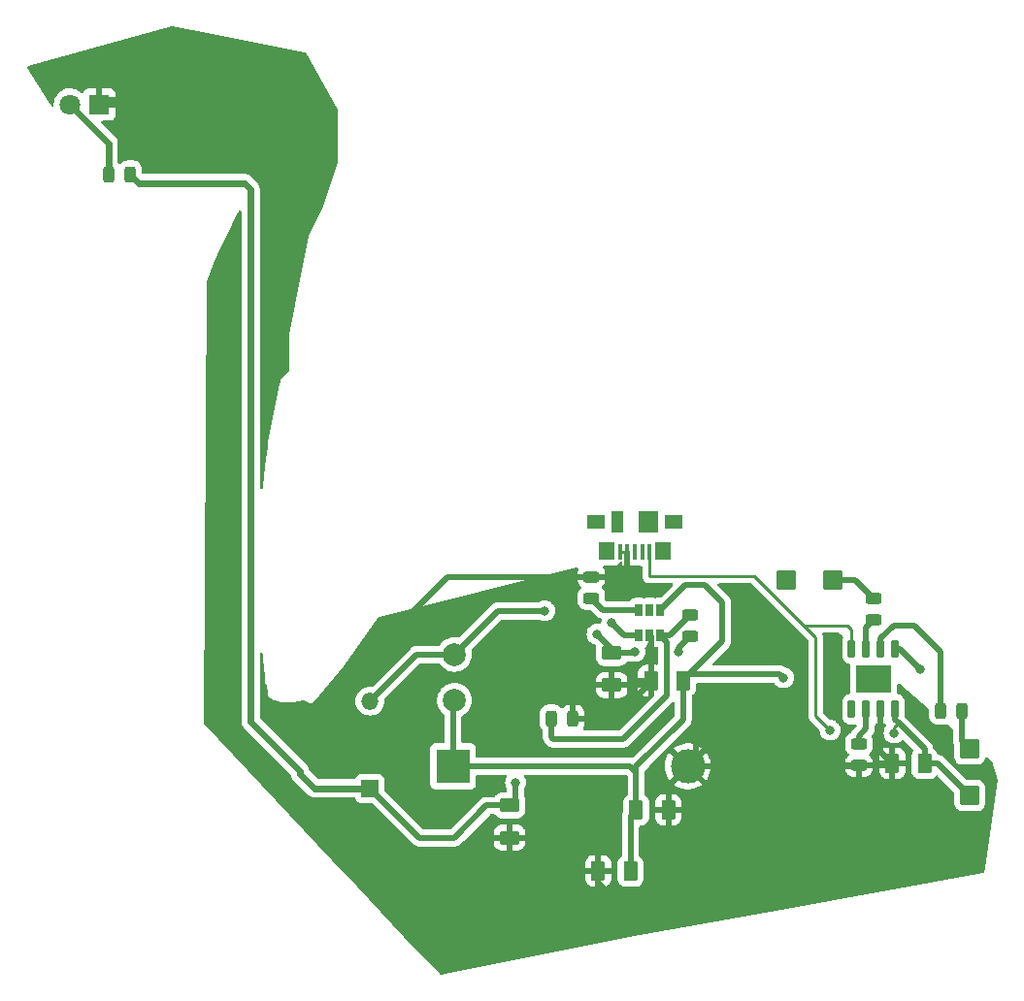
<source format=gbr>
%TF.GenerationSoftware,KiCad,Pcbnew,(5.99.0-11498-g1a301d8eea)*%
%TF.CreationDate,2021-09-08T01:16:22+03:00*%
%TF.ProjectId,f,662e6b69-6361-4645-9f70-636258585858,rev?*%
%TF.SameCoordinates,Original*%
%TF.FileFunction,Copper,L1,Top*%
%TF.FilePolarity,Positive*%
%FSLAX46Y46*%
G04 Gerber Fmt 4.6, Leading zero omitted, Abs format (unit mm)*
G04 Created by KiCad (PCBNEW (5.99.0-11498-g1a301d8eea)) date 2021-09-08 01:16:22*
%MOMM*%
%LPD*%
G01*
G04 APERTURE LIST*
G04 Aperture macros list*
%AMRoundRect*
0 Rectangle with rounded corners*
0 $1 Rounding radius*
0 $2 $3 $4 $5 $6 $7 $8 $9 X,Y pos of 4 corners*
0 Add a 4 corners polygon primitive as box body*
4,1,4,$2,$3,$4,$5,$6,$7,$8,$9,$2,$3,0*
0 Add four circle primitives for the rounded corners*
1,1,$1+$1,$2,$3*
1,1,$1+$1,$4,$5*
1,1,$1+$1,$6,$7*
1,1,$1+$1,$8,$9*
0 Add four rect primitives between the rounded corners*
20,1,$1+$1,$2,$3,$4,$5,0*
20,1,$1+$1,$4,$5,$6,$7,0*
20,1,$1+$1,$6,$7,$8,$9,0*
20,1,$1+$1,$8,$9,$2,$3,0*%
G04 Aperture macros list end*
%TA.AperFunction,ComponentPad*%
%ADD10C,3.000000*%
%TD*%
%TA.AperFunction,ComponentPad*%
%ADD11R,3.000000X3.000000*%
%TD*%
%TA.AperFunction,ComponentPad*%
%ADD12R,1.800000X1.800000*%
%TD*%
%TA.AperFunction,ComponentPad*%
%ADD13C,1.800000*%
%TD*%
%TA.AperFunction,SMDPad,CuDef*%
%ADD14RoundRect,0.250000X0.375000X0.625000X-0.375000X0.625000X-0.375000X-0.625000X0.375000X-0.625000X0*%
%TD*%
%TA.AperFunction,ComponentPad*%
%ADD15R,1.500000X1.500000*%
%TD*%
%TA.AperFunction,ComponentPad*%
%ADD16O,1.500000X1.500000*%
%TD*%
%TA.AperFunction,SMDPad,CuDef*%
%ADD17RoundRect,0.243750X-0.243750X-0.456250X0.243750X-0.456250X0.243750X0.456250X-0.243750X0.456250X0*%
%TD*%
%TA.AperFunction,SMDPad,CuDef*%
%ADD18RoundRect,0.250000X-0.375000X-0.625000X0.375000X-0.625000X0.375000X0.625000X-0.375000X0.625000X0*%
%TD*%
%TA.AperFunction,SMDPad,CuDef*%
%ADD19RoundRect,0.243750X-0.456250X0.243750X-0.456250X-0.243750X0.456250X-0.243750X0.456250X0.243750X0*%
%TD*%
%TA.AperFunction,SMDPad,CuDef*%
%ADD20RoundRect,0.243750X0.456250X-0.243750X0.456250X0.243750X-0.456250X0.243750X-0.456250X-0.243750X0*%
%TD*%
%TA.AperFunction,SMDPad,CuDef*%
%ADD21RoundRect,0.250000X-0.600000X0.625000X-0.600000X-0.625000X0.600000X-0.625000X0.600000X0.625000X0*%
%TD*%
%TA.AperFunction,SMDPad,CuDef*%
%ADD22RoundRect,0.243750X0.243750X0.456250X-0.243750X0.456250X-0.243750X-0.456250X0.243750X-0.456250X0*%
%TD*%
%TA.AperFunction,SMDPad,CuDef*%
%ADD23RoundRect,0.250000X0.625000X0.600000X-0.625000X0.600000X-0.625000X-0.600000X0.625000X-0.600000X0*%
%TD*%
%TA.AperFunction,SMDPad,CuDef*%
%ADD24R,0.450000X1.380000*%
%TD*%
%TA.AperFunction,SMDPad,CuDef*%
%ADD25R,1.650000X1.300000*%
%TD*%
%TA.AperFunction,SMDPad,CuDef*%
%ADD26R,1.000000X1.900000*%
%TD*%
%TA.AperFunction,SMDPad,CuDef*%
%ADD27R,1.425000X1.550000*%
%TD*%
%TA.AperFunction,SMDPad,CuDef*%
%ADD28R,1.800000X1.900000*%
%TD*%
%TA.AperFunction,SMDPad,CuDef*%
%ADD29RoundRect,0.250000X-0.625000X0.375000X-0.625000X-0.375000X0.625000X-0.375000X0.625000X0.375000X0*%
%TD*%
%TA.AperFunction,SMDPad,CuDef*%
%ADD30RoundRect,0.150000X0.150000X-0.650000X0.150000X0.650000X-0.150000X0.650000X-0.150000X-0.650000X0*%
%TD*%
%TA.AperFunction,SMDPad,CuDef*%
%ADD31R,3.100000X2.410000*%
%TD*%
%TA.AperFunction,ComponentPad*%
%ADD32C,2.000000*%
%TD*%
%TA.AperFunction,SMDPad,CuDef*%
%ADD33R,0.650000X1.060000*%
%TD*%
%TA.AperFunction,ViaPad*%
%ADD34C,0.800000*%
%TD*%
%TA.AperFunction,Conductor*%
%ADD35C,0.580000*%
%TD*%
%TA.AperFunction,Conductor*%
%ADD36C,0.480000*%
%TD*%
%TA.AperFunction,Conductor*%
%ADD37C,0.250000*%
%TD*%
G04 APERTURE END LIST*
D10*
%TO.P,BT1,2,-*%
%TO.N,BAT-*%
X120946859Y-105768725D03*
D11*
%TO.P,BT1,1,+*%
%TO.N,BOOST*%
X100456859Y-105768725D03*
%TD*%
D12*
%TO.P,D4,1,K*%
%TO.N,BAT-*%
X69596000Y-48006000D03*
D13*
%TO.P,D4,2,A*%
%TO.N,Net-(D4-Pad2)*%
X67056000Y-48006000D03*
%TD*%
D14*
%TO.P,C3,2*%
%TO.N,BAT-*%
X117726000Y-98298000D03*
%TO.P,C3,1*%
%TO.N,BOOST*%
X120526000Y-98298000D03*
%TD*%
D15*
%TO.P,D3,1,K*%
%TO.N,5OT*%
X93218000Y-107696000D03*
D16*
%TO.P,D3,2,A*%
%TO.N,Net-(D3-Pad2)*%
X93218000Y-100076000D03*
%TD*%
D17*
%TO.P,R6,1*%
%TO.N,FB*%
X109044500Y-101600000D03*
%TO.P,R6,2*%
%TO.N,BAT-*%
X110919500Y-101600000D03*
%TD*%
D18*
%TO.P,C2,1*%
%TO.N,BOOST*%
X116442939Y-109578725D03*
%TO.P,C2,2*%
%TO.N,BAT-*%
X119242939Y-109578725D03*
%TD*%
D19*
%TO.P,R4,1*%
%TO.N,Net-(R4-Pad1)*%
X135876939Y-103815225D03*
%TO.P,R4,2*%
%TO.N,BAT-*%
X135876939Y-105690225D03*
%TD*%
D20*
%TO.P,R5,1*%
%TO.N,5OT*%
X121158000Y-94409500D03*
%TO.P,R5,2*%
%TO.N,FB*%
X121158000Y-92534500D03*
%TD*%
D21*
%TO.P,D1,1,K*%
%TO.N,Net-(D1-Pad1)*%
X145528939Y-104258725D03*
%TO.P,D1,2,A*%
%TO.N,Net-(C1-Pad1)*%
X145528939Y-108308725D03*
%TD*%
D22*
%TO.P,R7,1*%
%TO.N,5OT*%
X72311500Y-54102000D03*
%TO.P,R7,2*%
%TO.N,Net-(D4-Pad2)*%
X70436500Y-54102000D03*
%TD*%
D14*
%TO.P,C4,1*%
%TO.N,BOOST*%
X115940939Y-114912725D03*
%TO.P,C4,2*%
%TO.N,BAT-*%
X113140939Y-114912725D03*
%TD*%
D23*
%TO.P,D2,1,K*%
%TO.N,Net-(D2-Pad1)*%
X133583939Y-89512725D03*
%TO.P,D2,2,A*%
%TO.N,Net-(C1-Pad1)*%
X129533939Y-89512725D03*
%TD*%
D24*
%TO.P,J1,1,VBUS*%
%TO.N,Net-(C1-Pad1)*%
X117618939Y-87070725D03*
%TO.P,J1,2,D-*%
%TO.N,N/C*%
X116968939Y-87070725D03*
%TO.P,J1,3,D+*%
X116318939Y-87070725D03*
%TO.P,J1,4,GND*%
%TO.N,BAT-*%
X115668939Y-87070725D03*
%TO.P,J1,5,Shield*%
X115018939Y-87070725D03*
D25*
%TO.P,J1,6*%
%TO.N,N/C*%
X119693939Y-84410725D03*
D26*
X114768939Y-84410725D03*
D27*
X118806439Y-86985725D03*
D28*
X117468939Y-84410725D03*
D27*
X113831439Y-86985725D03*
D25*
X112943939Y-84410725D03*
%TD*%
D29*
%TO.P,C5,1*%
%TO.N,5OT*%
X114300000Y-95882000D03*
%TO.P,C5,2*%
%TO.N,BAT-*%
X114300000Y-98682000D03*
%TD*%
D22*
%TO.P,R1,1*%
%TO.N,Net-(D1-Pad1)*%
X144863939Y-100942725D03*
%TO.P,R1,2*%
%TO.N,Net-(R1-Pad2)*%
X142988939Y-100942725D03*
%TD*%
D29*
%TO.P,C6,1*%
%TO.N,5OT*%
X105396939Y-109194725D03*
%TO.P,C6,2*%
%TO.N,BAT-*%
X105396939Y-111994725D03*
%TD*%
D30*
%TO.P,U2,1,TEMP_1*%
%TO.N,N/C*%
X135241939Y-100798725D03*
%TO.P,U2,2,PROG*%
%TO.N,Net-(R4-Pad1)*%
X136511939Y-100798725D03*
%TO.P,U2,3,GND_*%
%TO.N,BAT-*%
X137781939Y-100798725D03*
%TO.P,U2,4,VCC*%
%TO.N,Net-(C1-Pad1)*%
X139051939Y-100798725D03*
%TO.P,U2,5,BAT*%
%TO.N,BOOST*%
X139051939Y-95498725D03*
%TO.P,U2,6,STDBY*%
%TO.N,Net-(R1-Pad2)*%
X137781939Y-95498725D03*
%TO.P,U2,7,CHRG*%
%TO.N,Net-(R3-Pad2)*%
X136511939Y-95498725D03*
%TO.P,U2,8,CE*%
%TO.N,Net-(C1-Pad1)*%
X135241939Y-95498725D03*
D31*
%TO.P,U2,9*%
%TO.N,N/C*%
X137146939Y-98148725D03*
%TD*%
D19*
%TO.P,R3,1*%
%TO.N,Net-(D2-Pad1)*%
X137146939Y-91115225D03*
%TO.P,R3,2*%
%TO.N,Net-(R3-Pad2)*%
X137146939Y-92990225D03*
%TD*%
D32*
%TO.P,L1,1*%
%TO.N,Net-(D3-Pad2)*%
X100584000Y-96012000D03*
%TO.P,L1,2*%
%TO.N,BOOST*%
X100584000Y-100012000D03*
%TD*%
D33*
%TO.P,U1,1,LX*%
%TO.N,Net-(D3-Pad2)*%
X116652000Y-94318000D03*
%TO.P,U1,2,GND*%
%TO.N,BAT-*%
X117602000Y-94318000D03*
%TO.P,U1,3,FB*%
%TO.N,FB*%
X118552000Y-94318000D03*
%TO.P,U1,4,EN*%
%TO.N,BOOST*%
X118552000Y-92118000D03*
%TO.P,U1,5,VCC*%
X117602000Y-92118000D03*
%TO.P,U1,6,OC*%
%TO.N,Net-(R2-Pad2)*%
X116652000Y-92118000D03*
%TD*%
D14*
%TO.P,C1,1*%
%TO.N,Net-(C1-Pad1)*%
X141594939Y-105514725D03*
%TO.P,C1,2*%
%TO.N,BAT-*%
X138794939Y-105514725D03*
%TD*%
D19*
%TO.P,R2,1*%
%TO.N,BAT-*%
X112522000Y-89232500D03*
%TO.P,R2,2*%
%TO.N,Net-(R2-Pad2)*%
X112522000Y-91107500D03*
%TD*%
D34*
%TO.N,BAT-*%
X87630000Y-101854000D03*
X84582000Y-72644000D03*
%TO.N,Net-(C1-Pad1)*%
X138938000Y-102870000D03*
X133350000Y-102616000D03*
%TO.N,Net-(D3-Pad2)*%
X108458000Y-92202000D03*
X114300000Y-93218000D03*
%TO.N,5OT*%
X105918000Y-107188000D03*
X113030000Y-94234000D03*
%TO.N,BAT-*%
X115062000Y-101092000D03*
X121666000Y-102616000D03*
%TO.N,BOOST*%
X129286000Y-98044000D03*
X141224000Y-97282000D03*
%TO.N,5OT*%
X120142000Y-95758000D03*
X116332000Y-95758000D03*
%TD*%
D35*
%TO.N,Net-(D4-Pad2)*%
X70436500Y-51386500D02*
X70436500Y-54102000D01*
%TO.N,BAT-*%
X85852000Y-52070000D02*
X85852000Y-66802000D01*
X81384725Y-47602725D02*
X85852000Y-52070000D01*
X69596000Y-48006000D02*
X69999275Y-47602725D01*
X69999275Y-47602725D02*
X81384725Y-47602725D01*
%TO.N,Net-(D4-Pad2)*%
X67056000Y-48006000D02*
X70436500Y-51386500D01*
%TO.N,5OT*%
X88392000Y-107696000D02*
X93218000Y-107696000D01*
X87122000Y-106426000D02*
X88392000Y-107696000D01*
X82804000Y-55372000D02*
X82804000Y-101854000D01*
X82804000Y-101854000D02*
X87122000Y-106172000D01*
X73073500Y-54864000D02*
X82296000Y-54864000D01*
X87122000Y-106172000D02*
X87122000Y-106426000D01*
X72311500Y-54102000D02*
X73073500Y-54864000D01*
X82296000Y-54864000D02*
X82804000Y-55372000D01*
D36*
%TO.N,BAT-*%
X99997500Y-89232500D02*
X88392000Y-100838000D01*
X112522000Y-89232500D02*
X99997500Y-89232500D01*
D35*
X87630000Y-101600000D02*
X88392000Y-100838000D01*
X87630000Y-101854000D02*
X87630000Y-101600000D01*
X85090000Y-72136000D02*
X84582000Y-72644000D01*
X85090000Y-71882000D02*
X85090000Y-72136000D01*
X85852000Y-71120000D02*
X85090000Y-71882000D01*
X85852000Y-69342000D02*
X85852000Y-70358000D01*
X85852000Y-66802000D02*
X85852000Y-69088000D01*
X85852000Y-69088000D02*
X85852000Y-69342000D01*
X85852000Y-70358000D02*
X85852000Y-71120000D01*
X85852000Y-66802000D02*
X85852000Y-67056000D01*
D36*
%TO.N,Net-(D3-Pad2)*%
X97282000Y-96012000D02*
X100584000Y-96012000D01*
X93218000Y-100076000D02*
X97282000Y-96012000D01*
%TO.N,BOOST*%
X100456859Y-100678859D02*
X100584000Y-100551718D01*
X100584000Y-100551718D02*
X100584000Y-100012000D01*
%TO.N,Net-(D3-Pad2)*%
X100584000Y-96012000D02*
X104394000Y-92202000D01*
%TO.N,BOOST*%
X100456859Y-105768725D02*
X100456859Y-100678859D01*
%TO.N,Net-(D3-Pad2)*%
X104394000Y-92202000D02*
X108458000Y-92202000D01*
D37*
%TO.N,Net-(C1-Pad1)*%
X134874000Y-93472000D02*
X131064000Y-93472000D01*
X131064000Y-93472000D02*
X132080000Y-94488000D01*
X126746000Y-89154000D02*
X131064000Y-93472000D01*
X135241939Y-95498725D02*
X135241939Y-93839939D01*
X135241939Y-93839939D02*
X134874000Y-93472000D01*
X138938000Y-102362000D02*
X139319000Y-101981000D01*
X138938000Y-102870000D02*
X138938000Y-102362000D01*
D36*
X139319000Y-101981000D02*
X141594939Y-104256939D01*
X139051939Y-101713939D02*
X139319000Y-101981000D01*
D37*
X132080000Y-96012000D02*
X132080000Y-101346000D01*
X132080000Y-101346000D02*
X133350000Y-102616000D01*
X132080000Y-94488000D02*
X132080000Y-96012000D01*
X117618939Y-89170939D02*
X117635878Y-89154000D01*
X117635878Y-89154000D02*
X126746000Y-89154000D01*
X117618939Y-87070725D02*
X117618939Y-89170939D01*
%TO.N,BAT-*%
X115018939Y-87070725D02*
X115668939Y-87070725D01*
D35*
%TO.N,*%
X118806439Y-86985725D02*
X118806439Y-87310439D01*
D36*
%TO.N,Net-(D3-Pad2)*%
X115400000Y-94318000D02*
X116652000Y-94318000D01*
X114300000Y-93218000D02*
X115400000Y-94318000D01*
%TO.N,5OT*%
X105918000Y-108673664D02*
X105396939Y-109194725D01*
X105918000Y-107188000D02*
X105918000Y-108673664D01*
X114300000Y-95504000D02*
X113030000Y-94234000D01*
X114300000Y-95882000D02*
X114300000Y-95504000D01*
%TO.N,BAT-*%
X121666000Y-102616000D02*
X121666000Y-105049584D01*
X121666000Y-105049584D02*
X120946859Y-105768725D01*
X117726000Y-98428000D02*
X115062000Y-101092000D01*
X117726000Y-98298000D02*
X117726000Y-98428000D01*
%TO.N,BOOST*%
X128970000Y-97728000D02*
X121096000Y-97728000D01*
X129286000Y-98044000D02*
X128970000Y-97728000D01*
X120526000Y-98298000D02*
X121096000Y-97728000D01*
X139051939Y-95498725D02*
X139440725Y-95498725D01*
X139440725Y-95498725D02*
X141224000Y-97282000D01*
X121096000Y-97728000D02*
X123952000Y-94872000D01*
%TO.N,Net-(R1-Pad2)*%
X142988939Y-95744939D02*
X142988939Y-100942725D01*
X140716000Y-93472000D02*
X142988939Y-95744939D01*
X138938000Y-93472000D02*
X140716000Y-93472000D01*
X137781939Y-94628061D02*
X138938000Y-93472000D01*
X137781939Y-95498725D02*
X137781939Y-94628061D01*
%TO.N,BOOST*%
X115928725Y-105768725D02*
X116442939Y-106282939D01*
X100456859Y-105768725D02*
X115928725Y-105768725D01*
X116442939Y-109578725D02*
X116442939Y-106282939D01*
X116442939Y-106282939D02*
X116442939Y-105807061D01*
X120526000Y-101724000D02*
X120526000Y-98298000D01*
X116442939Y-105807061D02*
X120526000Y-101724000D01*
X115940939Y-110080725D02*
X116442939Y-109578725D01*
X115940939Y-114912725D02*
X115940939Y-110080725D01*
%TO.N,BAT-*%
X118089878Y-117856000D02*
X119242939Y-116702939D01*
X115062000Y-117856000D02*
X118089878Y-117856000D01*
X119242939Y-116702939D02*
X119242939Y-109578725D01*
X113140939Y-114912725D02*
X113140939Y-115934939D01*
X113140939Y-115934939D02*
X115062000Y-117856000D01*
%TO.N,5OT*%
X103403275Y-109194725D02*
X105396939Y-109194725D01*
X97536000Y-112014000D02*
X100584000Y-112014000D01*
X100584000Y-112014000D02*
X103403275Y-109194725D01*
X93218000Y-107696000D02*
X97536000Y-112014000D01*
%TO.N,BAT-*%
X112398000Y-98682000D02*
X114300000Y-98682000D01*
X110919500Y-100160500D02*
X112398000Y-98682000D01*
X112144000Y-98682000D02*
X112398000Y-98682000D01*
X110919500Y-101600000D02*
X110919500Y-100160500D01*
X110998000Y-97536000D02*
X112144000Y-98682000D01*
X110998000Y-89408000D02*
X110998000Y-97536000D01*
X111173500Y-89232500D02*
X110998000Y-89408000D01*
X112522000Y-89232500D02*
X111173500Y-89232500D01*
%TO.N,Net-(R2-Pad2)*%
X113532500Y-92118000D02*
X112522000Y-91107500D01*
X116652000Y-92118000D02*
X113532500Y-92118000D01*
%TO.N,BAT-*%
X115237500Y-89232500D02*
X112522000Y-89232500D01*
X115668939Y-88801061D02*
X115237500Y-89232500D01*
X115668939Y-87070725D02*
X115668939Y-88801061D01*
%TO.N,FB*%
X115316000Y-103378000D02*
X115062000Y-103378000D01*
X119126000Y-94892000D02*
X119126000Y-99568000D01*
X118552000Y-94318000D02*
X119126000Y-94892000D01*
X119126000Y-99568000D02*
X115316000Y-103378000D01*
X109044500Y-103202500D02*
X109044500Y-101600000D01*
X115062000Y-103378000D02*
X109220000Y-103378000D01*
X109220000Y-103378000D02*
X109044500Y-103202500D01*
X119374500Y-94318000D02*
X121158000Y-92534500D01*
X118552000Y-94318000D02*
X119374500Y-94318000D01*
%TO.N,5OT*%
X120142000Y-95425500D02*
X121158000Y-94409500D01*
X120142000Y-95758000D02*
X120142000Y-95425500D01*
X114300000Y-95882000D02*
X116208000Y-95882000D01*
X116208000Y-95882000D02*
X116332000Y-95758000D01*
%TO.N,BAT-*%
X117342000Y-98682000D02*
X117726000Y-98298000D01*
X114300000Y-98682000D02*
X117342000Y-98682000D01*
%TO.N,BOOST*%
X122428000Y-89916000D02*
X120754000Y-89916000D01*
X120754000Y-89916000D02*
X118552000Y-92118000D01*
X123952000Y-91440000D02*
X122428000Y-89916000D01*
X123952000Y-94872000D02*
X123952000Y-91440000D01*
%TO.N,BAT-*%
X117726000Y-94442000D02*
X117602000Y-94318000D01*
X117726000Y-98298000D02*
X117726000Y-94442000D01*
X107038725Y-114912725D02*
X113140939Y-114912725D01*
X105396939Y-113270939D02*
X107038725Y-114912725D01*
X105396939Y-111994725D02*
X105396939Y-113270939D01*
X119242939Y-107472645D02*
X120946859Y-105768725D01*
X119242939Y-109578725D02*
X119242939Y-107472645D01*
X135798439Y-105768725D02*
X135876939Y-105690225D01*
X120946859Y-105768725D02*
X135798439Y-105768725D01*
%TO.N,Net-(C1-Pad1)*%
X142734939Y-105514725D02*
X145528939Y-108308725D01*
X141594939Y-105514725D02*
X142734939Y-105514725D01*
%TO.N,BAT-*%
X138619439Y-105690225D02*
X138794939Y-105514725D01*
X135876939Y-105690225D02*
X138619439Y-105690225D01*
X137781939Y-104501725D02*
X138794939Y-105514725D01*
X137781939Y-100798725D02*
X137781939Y-104501725D01*
%TO.N,Net-(C1-Pad1)*%
X141594939Y-104256939D02*
X141594939Y-105514725D01*
X139051939Y-100798725D02*
X139051939Y-101713939D01*
%TO.N,Net-(R4-Pad1)*%
X135876939Y-103137061D02*
X135876939Y-103815225D01*
X136511939Y-102502061D02*
X135876939Y-103137061D01*
X136511939Y-100798725D02*
X136511939Y-102502061D01*
%TO.N,Net-(D1-Pad1)*%
X144863939Y-103593725D02*
X145528939Y-104258725D01*
X144863939Y-100942725D02*
X144863939Y-103593725D01*
%TO.N,Net-(R3-Pad2)*%
X136511939Y-93625225D02*
X137146939Y-92990225D01*
X136511939Y-95498725D02*
X136511939Y-93625225D01*
%TO.N,Net-(D2-Pad1)*%
X133583939Y-89512725D02*
X135544439Y-89512725D01*
X135544439Y-89512725D02*
X137146939Y-91115225D01*
%TD*%
%TA.AperFunction,Conductor*%
%TO.N,BAT-*%
G36*
X81954090Y-57286717D02*
G01*
X81997151Y-57343164D01*
X82005500Y-57388266D01*
X82005500Y-101844892D01*
X82005493Y-101846211D01*
X82004561Y-101935204D01*
X82006051Y-101942094D01*
X82013591Y-101976970D01*
X82015652Y-101989552D01*
X82020416Y-102032026D01*
X82031278Y-102063215D01*
X82035439Y-102078019D01*
X82042418Y-102110301D01*
X82050177Y-102126940D01*
X82060477Y-102149028D01*
X82065273Y-102160837D01*
X82079330Y-102201204D01*
X82083061Y-102207175D01*
X82083065Y-102207183D01*
X82096832Y-102229214D01*
X82104173Y-102242735D01*
X82118127Y-102272659D01*
X82122444Y-102278225D01*
X82122445Y-102278226D01*
X82144323Y-102306431D01*
X82151617Y-102316887D01*
X82165294Y-102338774D01*
X82174261Y-102353125D01*
X82179224Y-102358123D01*
X82179225Y-102358124D01*
X82202504Y-102381566D01*
X82203083Y-102382184D01*
X82203596Y-102382846D01*
X82229379Y-102408629D01*
X82300491Y-102480239D01*
X82301515Y-102480889D01*
X82302721Y-102481971D01*
X86294851Y-106474100D01*
X86328911Y-106536571D01*
X86329706Y-106540250D01*
X86331592Y-106548974D01*
X86333652Y-106561552D01*
X86338416Y-106604026D01*
X86349278Y-106635215D01*
X86353439Y-106650019D01*
X86360418Y-106682301D01*
X86363397Y-106688689D01*
X86378477Y-106721028D01*
X86383273Y-106732837D01*
X86397330Y-106773204D01*
X86401061Y-106779175D01*
X86401065Y-106779183D01*
X86414832Y-106801214D01*
X86422173Y-106814735D01*
X86436127Y-106844659D01*
X86440444Y-106850225D01*
X86440445Y-106850226D01*
X86462323Y-106878431D01*
X86469617Y-106888887D01*
X86492261Y-106925125D01*
X86497224Y-106930123D01*
X86497225Y-106930124D01*
X86520504Y-106953566D01*
X86521083Y-106954184D01*
X86521596Y-106954846D01*
X86547377Y-106980627D01*
X86558584Y-106991912D01*
X86618491Y-107052239D01*
X86619515Y-107052889D01*
X86620721Y-107053971D01*
X87820794Y-108254043D01*
X87821723Y-108254980D01*
X87884131Y-108318709D01*
X87890049Y-108322523D01*
X87890054Y-108322527D01*
X87920058Y-108341863D01*
X87930411Y-108349302D01*
X87944844Y-108360824D01*
X87963806Y-108375961D01*
X87970147Y-108379027D01*
X87970148Y-108379027D01*
X87993540Y-108390336D01*
X88006950Y-108397862D01*
X88028785Y-108411933D01*
X88028789Y-108411935D01*
X88034712Y-108415752D01*
X88074880Y-108430372D01*
X88086614Y-108435329D01*
X88125091Y-108453929D01*
X88157277Y-108461360D01*
X88172009Y-108465724D01*
X88196430Y-108474613D01*
X88196436Y-108474615D01*
X88203051Y-108477022D01*
X88210040Y-108477905D01*
X88245452Y-108482379D01*
X88258000Y-108484614D01*
X88292779Y-108492643D01*
X88292783Y-108492643D01*
X88299642Y-108494227D01*
X88306681Y-108494252D01*
X88306685Y-108494252D01*
X88339708Y-108494367D01*
X88340577Y-108494396D01*
X88341401Y-108494500D01*
X88377738Y-108494500D01*
X88378178Y-108494501D01*
X88475299Y-108494840D01*
X88475302Y-108494840D01*
X88478783Y-108494852D01*
X88479969Y-108494587D01*
X88481574Y-108494500D01*
X91855753Y-108494500D01*
X91923874Y-108514502D01*
X91970367Y-108568158D01*
X91973735Y-108576270D01*
X91993795Y-108629779D01*
X92017385Y-108692705D01*
X92104739Y-108809261D01*
X92221295Y-108896615D01*
X92357684Y-108947745D01*
X92419866Y-108954500D01*
X93365771Y-108954500D01*
X93433892Y-108974502D01*
X93454866Y-108991405D01*
X96959842Y-112496381D01*
X96972228Y-112510793D01*
X96984855Y-112527951D01*
X96990431Y-112532688D01*
X97024554Y-112561678D01*
X97032069Y-112568608D01*
X97037638Y-112574177D01*
X97040520Y-112576457D01*
X97059594Y-112591548D01*
X97062998Y-112594339D01*
X97112292Y-112636218D01*
X97112296Y-112636221D01*
X97117871Y-112640957D01*
X97124390Y-112644286D01*
X97129271Y-112647541D01*
X97134264Y-112650625D01*
X97140007Y-112655168D01*
X97146640Y-112658268D01*
X97205215Y-112685644D01*
X97209161Y-112687572D01*
X97273317Y-112720332D01*
X97280429Y-112722072D01*
X97285937Y-112724121D01*
X97291500Y-112725972D01*
X97298128Y-112729069D01*
X97305291Y-112730559D01*
X97305294Y-112730560D01*
X97355270Y-112740955D01*
X97368656Y-112743739D01*
X97372922Y-112744705D01*
X97442854Y-112761817D01*
X97448456Y-112762165D01*
X97448459Y-112762165D01*
X97453863Y-112762500D01*
X97453861Y-112762531D01*
X97458021Y-112762780D01*
X97461834Y-112763120D01*
X97469009Y-112764613D01*
X97476330Y-112764415D01*
X97476331Y-112764415D01*
X97545383Y-112762546D01*
X97548792Y-112762500D01*
X100517689Y-112762500D01*
X100536639Y-112763933D01*
X100550466Y-112766037D01*
X100550470Y-112766037D01*
X100557700Y-112767137D01*
X100564992Y-112766544D01*
X100564995Y-112766544D01*
X100609607Y-112762915D01*
X100619822Y-112762500D01*
X100627710Y-112762500D01*
X100650316Y-112759864D01*
X100655527Y-112759257D01*
X100659903Y-112758824D01*
X100680446Y-112757153D01*
X100731664Y-112752987D01*
X100738629Y-112750731D01*
X100744393Y-112749579D01*
X100750091Y-112748232D01*
X100757365Y-112747384D01*
X100825078Y-112722805D01*
X100829233Y-112721379D01*
X100890741Y-112701454D01*
X100890744Y-112701453D01*
X100897707Y-112699197D01*
X100903964Y-112695400D01*
X100909305Y-112692955D01*
X100914554Y-112690327D01*
X100921429Y-112687831D01*
X100927546Y-112683820D01*
X100927549Y-112683819D01*
X100971248Y-112655168D01*
X100981666Y-112648338D01*
X100985354Y-112646011D01*
X101046922Y-112608651D01*
X101055190Y-112601349D01*
X101055211Y-112601372D01*
X101058324Y-112598611D01*
X101061267Y-112596150D01*
X101067394Y-112592133D01*
X101119960Y-112536643D01*
X101122337Y-112534202D01*
X101394266Y-112262273D01*
X104013939Y-112262273D01*
X104013939Y-112416419D01*
X104014271Y-112422871D01*
X104024197Y-112518920D01*
X104027092Y-112532338D01*
X104078527Y-112686509D01*
X104084700Y-112699687D01*
X104170002Y-112837532D01*
X104179038Y-112848933D01*
X104293768Y-112963464D01*
X104305179Y-112972476D01*
X104443182Y-113057541D01*
X104456363Y-113063688D01*
X104610649Y-113114863D01*
X104624025Y-113117730D01*
X104718377Y-113127397D01*
X104724793Y-113127725D01*
X105124824Y-113127725D01*
X105140063Y-113123250D01*
X105141268Y-113121860D01*
X105142939Y-113114177D01*
X105142939Y-112266840D01*
X105141598Y-112262273D01*
X105650939Y-112262273D01*
X105650939Y-113109610D01*
X105655414Y-113124849D01*
X105656804Y-113126054D01*
X105664487Y-113127725D01*
X106068633Y-113127725D01*
X106075085Y-113127393D01*
X106171134Y-113117467D01*
X106184552Y-113114572D01*
X106338723Y-113063137D01*
X106351901Y-113056964D01*
X106489746Y-112971662D01*
X106501147Y-112962626D01*
X106615678Y-112847896D01*
X106624690Y-112836485D01*
X106709755Y-112698482D01*
X106715902Y-112685301D01*
X106767077Y-112531015D01*
X106769944Y-112517639D01*
X106779611Y-112423287D01*
X106779939Y-112416870D01*
X106779939Y-112266840D01*
X106775464Y-112251601D01*
X106774074Y-112250396D01*
X106766391Y-112248725D01*
X105669054Y-112248725D01*
X105653815Y-112253200D01*
X105652610Y-112254590D01*
X105650939Y-112262273D01*
X105141598Y-112262273D01*
X105138464Y-112251601D01*
X105137074Y-112250396D01*
X105129391Y-112248725D01*
X104032054Y-112248725D01*
X104016815Y-112253200D01*
X104015610Y-112254590D01*
X104013939Y-112262273D01*
X101394266Y-112262273D01*
X102083960Y-111572579D01*
X104013939Y-111572579D01*
X104013939Y-111722610D01*
X104018414Y-111737849D01*
X104019804Y-111739054D01*
X104027487Y-111740725D01*
X105124824Y-111740725D01*
X105140063Y-111736250D01*
X105141268Y-111734860D01*
X105142939Y-111727177D01*
X105142939Y-110879840D01*
X105141598Y-110875273D01*
X105650939Y-110875273D01*
X105650939Y-111722610D01*
X105655414Y-111737849D01*
X105656804Y-111739054D01*
X105664487Y-111740725D01*
X106761824Y-111740725D01*
X106777063Y-111736250D01*
X106778268Y-111734860D01*
X106779939Y-111727177D01*
X106779939Y-111573031D01*
X106779607Y-111566579D01*
X106769681Y-111470530D01*
X106766786Y-111457112D01*
X106715351Y-111302941D01*
X106709178Y-111289763D01*
X106623876Y-111151918D01*
X106614840Y-111140517D01*
X106500110Y-111025986D01*
X106488699Y-111016974D01*
X106350696Y-110931909D01*
X106337515Y-110925762D01*
X106183229Y-110874587D01*
X106169853Y-110871720D01*
X106075501Y-110862053D01*
X106069084Y-110861725D01*
X105669054Y-110861725D01*
X105653815Y-110866200D01*
X105652610Y-110867590D01*
X105650939Y-110875273D01*
X105141598Y-110875273D01*
X105138464Y-110864601D01*
X105137074Y-110863396D01*
X105129391Y-110861725D01*
X104725245Y-110861725D01*
X104718793Y-110862057D01*
X104622744Y-110871983D01*
X104609326Y-110874878D01*
X104455155Y-110926313D01*
X104441977Y-110932486D01*
X104304132Y-111017788D01*
X104292731Y-111026824D01*
X104178200Y-111141554D01*
X104169188Y-111152965D01*
X104084123Y-111290968D01*
X104077976Y-111304149D01*
X104026801Y-111458435D01*
X104023934Y-111471811D01*
X104014267Y-111566163D01*
X104013939Y-111572579D01*
X102083960Y-111572579D01*
X103676409Y-109980130D01*
X103738721Y-109946104D01*
X103765504Y-109943225D01*
X104040852Y-109943225D01*
X104108973Y-109963227D01*
X104147996Y-110002922D01*
X104173461Y-110044073D01*
X104298636Y-110169030D01*
X104304866Y-110172870D01*
X104304867Y-110172871D01*
X104442029Y-110257419D01*
X104449201Y-110261840D01*
X104528944Y-110288289D01*
X104610550Y-110315357D01*
X104610552Y-110315357D01*
X104617078Y-110317522D01*
X104623914Y-110318222D01*
X104623917Y-110318223D01*
X104666970Y-110322634D01*
X104721539Y-110328225D01*
X106071911Y-110328225D01*
X106075120Y-110327893D01*
X106075127Y-110327893D01*
X106171237Y-110317961D01*
X106171239Y-110317960D01*
X106178105Y-110317251D01*
X106184653Y-110315066D01*
X106184655Y-110315066D01*
X106317006Y-110270910D01*
X106345885Y-110261275D01*
X106496287Y-110168203D01*
X106621244Y-110043028D01*
X106648639Y-109998586D01*
X106710214Y-109898693D01*
X106710215Y-109898691D01*
X106714054Y-109892463D01*
X106760016Y-109753892D01*
X106767571Y-109731114D01*
X106767571Y-109731112D01*
X106769736Y-109724586D01*
X106774077Y-109682223D01*
X106775176Y-109671493D01*
X106780439Y-109620125D01*
X106780439Y-108769753D01*
X106769465Y-108663559D01*
X106755570Y-108621909D01*
X106720159Y-108515770D01*
X106713489Y-108495779D01*
X106708271Y-108487346D01*
X106685356Y-108450317D01*
X106666500Y-108384014D01*
X106666500Y-107742320D01*
X106683381Y-107679320D01*
X106749223Y-107565279D01*
X106749224Y-107565278D01*
X106752527Y-107559556D01*
X106811542Y-107377928D01*
X106812549Y-107368352D01*
X106830814Y-107194565D01*
X106831504Y-107188000D01*
X106821161Y-107089591D01*
X106812232Y-107004635D01*
X106812232Y-107004633D01*
X106811542Y-106998072D01*
X106752527Y-106816444D01*
X106723723Y-106766553D01*
X106688892Y-106706225D01*
X106672154Y-106637230D01*
X106695374Y-106570138D01*
X106751182Y-106526251D01*
X106798011Y-106517225D01*
X115566496Y-106517225D01*
X115634617Y-106537227D01*
X115655591Y-106554130D01*
X115657534Y-106556073D01*
X115691560Y-106618385D01*
X115694439Y-106645168D01*
X115694439Y-108222638D01*
X115674437Y-108290759D01*
X115634742Y-108329782D01*
X115593591Y-108355247D01*
X115468634Y-108480422D01*
X115464794Y-108486652D01*
X115464793Y-108486653D01*
X115392589Y-108603790D01*
X115375824Y-108630987D01*
X115362194Y-108672081D01*
X115329798Y-108769753D01*
X115320142Y-108798864D01*
X115319442Y-108805700D01*
X115319441Y-108805703D01*
X115318525Y-108814642D01*
X115309439Y-108903325D01*
X115309439Y-109636056D01*
X115297587Y-109689405D01*
X115269295Y-109749940D01*
X115267367Y-109753886D01*
X115234607Y-109818042D01*
X115232867Y-109825154D01*
X115230818Y-109830662D01*
X115228967Y-109836225D01*
X115225870Y-109842853D01*
X115224380Y-109850016D01*
X115224379Y-109850019D01*
X115211201Y-109913375D01*
X115210234Y-109917647D01*
X115193122Y-109987579D01*
X115192439Y-109998588D01*
X115192408Y-109998586D01*
X115192159Y-110002745D01*
X115191818Y-110006559D01*
X115190326Y-110013734D01*
X115190524Y-110021055D01*
X115190524Y-110021056D01*
X115192393Y-110090125D01*
X115192439Y-110093533D01*
X115192439Y-113556638D01*
X115172437Y-113624759D01*
X115132742Y-113663782D01*
X115091591Y-113689247D01*
X114966634Y-113814422D01*
X114873824Y-113964987D01*
X114818142Y-114132864D01*
X114807439Y-114237325D01*
X114807439Y-115587697D01*
X114807771Y-115590906D01*
X114807771Y-115590913D01*
X114817703Y-115687023D01*
X114818413Y-115693891D01*
X114874389Y-115861671D01*
X114967461Y-116012073D01*
X115092636Y-116137030D01*
X115098866Y-116140870D01*
X115098867Y-116140871D01*
X115236227Y-116225541D01*
X115243201Y-116229840D01*
X115322944Y-116256289D01*
X115404550Y-116283357D01*
X115404552Y-116283357D01*
X115411078Y-116285522D01*
X115417914Y-116286222D01*
X115417917Y-116286223D01*
X115460970Y-116290634D01*
X115515539Y-116296225D01*
X116365911Y-116296225D01*
X116369120Y-116295893D01*
X116369127Y-116295893D01*
X116465237Y-116285961D01*
X116465239Y-116285960D01*
X116472105Y-116285251D01*
X116478653Y-116283066D01*
X116478655Y-116283066D01*
X116611006Y-116238910D01*
X116639885Y-116229275D01*
X116790287Y-116136203D01*
X116915244Y-116011028D01*
X117008054Y-115860463D01*
X117063736Y-115692586D01*
X117074439Y-115588125D01*
X117074439Y-114237753D01*
X117074065Y-114234127D01*
X117064175Y-114138427D01*
X117064174Y-114138425D01*
X117063465Y-114131559D01*
X117007489Y-113963779D01*
X116914417Y-113813377D01*
X116789242Y-113688420D01*
X116783008Y-113684577D01*
X116749322Y-113663812D01*
X116701829Y-113611040D01*
X116689439Y-113556553D01*
X116689439Y-111088225D01*
X116709441Y-111020104D01*
X116763097Y-110973611D01*
X116815439Y-110962225D01*
X116867911Y-110962225D01*
X116871120Y-110961893D01*
X116871127Y-110961893D01*
X116967237Y-110951961D01*
X116967239Y-110951960D01*
X116974105Y-110951251D01*
X116980653Y-110949066D01*
X116980655Y-110949066D01*
X117134937Y-110897593D01*
X117141885Y-110895275D01*
X117292287Y-110802203D01*
X117417244Y-110677028D01*
X117510054Y-110526463D01*
X117565736Y-110358586D01*
X117576439Y-110254125D01*
X117576439Y-109846273D01*
X118109939Y-109846273D01*
X118109939Y-110250419D01*
X118110271Y-110256871D01*
X118120197Y-110352920D01*
X118123092Y-110366338D01*
X118174527Y-110520509D01*
X118180700Y-110533687D01*
X118266002Y-110671532D01*
X118275038Y-110682933D01*
X118389768Y-110797464D01*
X118401179Y-110806476D01*
X118539182Y-110891541D01*
X118552363Y-110897688D01*
X118706649Y-110948863D01*
X118720025Y-110951730D01*
X118814377Y-110961397D01*
X118820793Y-110961725D01*
X118970824Y-110961725D01*
X118986063Y-110957250D01*
X118987268Y-110955860D01*
X118988939Y-110948177D01*
X118988939Y-109850840D01*
X118987598Y-109846273D01*
X119496939Y-109846273D01*
X119496939Y-110943610D01*
X119501414Y-110958849D01*
X119502804Y-110960054D01*
X119510487Y-110961725D01*
X119664633Y-110961725D01*
X119671085Y-110961393D01*
X119767134Y-110951467D01*
X119780552Y-110948572D01*
X119934723Y-110897137D01*
X119947901Y-110890964D01*
X120085746Y-110805662D01*
X120097147Y-110796626D01*
X120211678Y-110681896D01*
X120220690Y-110670485D01*
X120305755Y-110532482D01*
X120311902Y-110519301D01*
X120363077Y-110365015D01*
X120365944Y-110351639D01*
X120375611Y-110257287D01*
X120375939Y-110250871D01*
X120375939Y-109850840D01*
X120371464Y-109835601D01*
X120370074Y-109834396D01*
X120362391Y-109832725D01*
X119515054Y-109832725D01*
X119499815Y-109837200D01*
X119498610Y-109838590D01*
X119496939Y-109846273D01*
X118987598Y-109846273D01*
X118984464Y-109835601D01*
X118983074Y-109834396D01*
X118975391Y-109832725D01*
X118128054Y-109832725D01*
X118112815Y-109837200D01*
X118111610Y-109838590D01*
X118109939Y-109846273D01*
X117576439Y-109846273D01*
X117576439Y-108906580D01*
X118109939Y-108906580D01*
X118109939Y-109306610D01*
X118114414Y-109321849D01*
X118115804Y-109323054D01*
X118123487Y-109324725D01*
X118970824Y-109324725D01*
X118986063Y-109320250D01*
X118987268Y-109318860D01*
X118988939Y-109311177D01*
X118988939Y-108213840D01*
X118987598Y-108209273D01*
X119496939Y-108209273D01*
X119496939Y-109306610D01*
X119501414Y-109321849D01*
X119502804Y-109323054D01*
X119510487Y-109324725D01*
X120357824Y-109324725D01*
X120373063Y-109320250D01*
X120374268Y-109318860D01*
X120375939Y-109311177D01*
X120375939Y-108907031D01*
X120375607Y-108900579D01*
X120365681Y-108804530D01*
X120362786Y-108791112D01*
X120311351Y-108636941D01*
X120305178Y-108623763D01*
X120219876Y-108485918D01*
X120210840Y-108474517D01*
X120096110Y-108359986D01*
X120084699Y-108350974D01*
X119946696Y-108265909D01*
X119933515Y-108259762D01*
X119779229Y-108208587D01*
X119765853Y-108205720D01*
X119671501Y-108196053D01*
X119665084Y-108195725D01*
X119515054Y-108195725D01*
X119499815Y-108200200D01*
X119498610Y-108201590D01*
X119496939Y-108209273D01*
X118987598Y-108209273D01*
X118984464Y-108198601D01*
X118983074Y-108197396D01*
X118975391Y-108195725D01*
X118821245Y-108195725D01*
X118814793Y-108196057D01*
X118718744Y-108205983D01*
X118705326Y-108208878D01*
X118551155Y-108260313D01*
X118537977Y-108266486D01*
X118400132Y-108351788D01*
X118388731Y-108360824D01*
X118274200Y-108475554D01*
X118265188Y-108486965D01*
X118180123Y-108624968D01*
X118173976Y-108638149D01*
X118122801Y-108792435D01*
X118119934Y-108805811D01*
X118110267Y-108900163D01*
X118109939Y-108906580D01*
X117576439Y-108906580D01*
X117576439Y-108903753D01*
X117576065Y-108900127D01*
X117566175Y-108804427D01*
X117566174Y-108804425D01*
X117565465Y-108797559D01*
X117509489Y-108629779D01*
X117416417Y-108479377D01*
X117291242Y-108354420D01*
X117285008Y-108350577D01*
X117251322Y-108329812D01*
X117203829Y-108277040D01*
X117191439Y-108222553D01*
X117191439Y-107358379D01*
X119722477Y-107358379D01*
X119729532Y-107368352D01*
X119760538Y-107394276D01*
X119767457Y-107399304D01*
X119992131Y-107540240D01*
X119999666Y-107544281D01*
X120241379Y-107653419D01*
X120249410Y-107656405D01*
X120503691Y-107731727D01*
X120512043Y-107733594D01*
X120774199Y-107773709D01*
X120782733Y-107774425D01*
X121047904Y-107778592D01*
X121056455Y-107778143D01*
X121319742Y-107746282D01*
X121328143Y-107744680D01*
X121584683Y-107677378D01*
X121592785Y-107674651D01*
X121837808Y-107573159D01*
X121845476Y-107569353D01*
X122074457Y-107435547D01*
X122081538Y-107430734D01*
X122161514Y-107368026D01*
X122169984Y-107356167D01*
X122163467Y-107344543D01*
X120959671Y-106140747D01*
X120945727Y-106133133D01*
X120943894Y-106133264D01*
X120937279Y-106137515D01*
X119729769Y-107345025D01*
X119722477Y-107358379D01*
X117191439Y-107358379D01*
X117191439Y-106349244D01*
X117192872Y-106330294D01*
X117194975Y-106316473D01*
X117194975Y-106316469D01*
X117196075Y-106309239D01*
X117194990Y-106295891D01*
X117191854Y-106257341D01*
X117191439Y-106247127D01*
X117191439Y-106169290D01*
X117211441Y-106101169D01*
X117228344Y-106080195D01*
X117556610Y-105751929D01*
X118934524Y-105751929D01*
X118949791Y-106016694D01*
X118950864Y-106025195D01*
X119001924Y-106285447D01*
X119004135Y-106293699D01*
X119090043Y-106544619D01*
X119093358Y-106552504D01*
X119212523Y-106789438D01*
X119216879Y-106796804D01*
X119346206Y-106984975D01*
X119356460Y-106993319D01*
X119370201Y-106986173D01*
X120574837Y-105781537D01*
X120581215Y-105769857D01*
X121311267Y-105769857D01*
X121311398Y-105771690D01*
X121315649Y-105778305D01*
X122522589Y-106985245D01*
X122534798Y-106991912D01*
X122546298Y-106983222D01*
X122643690Y-106850638D01*
X122648277Y-106843410D01*
X122774821Y-106610346D01*
X122778389Y-106602552D01*
X122872130Y-106354475D01*
X122874607Y-106346269D01*
X122933813Y-106087763D01*
X122935153Y-106079302D01*
X122945999Y-105957773D01*
X134668939Y-105957773D01*
X134668939Y-105980263D01*
X134669271Y-105986715D01*
X134679106Y-106081884D01*
X134682001Y-106095302D01*
X134732975Y-106248090D01*
X134739149Y-106261268D01*
X134823683Y-106397874D01*
X134832719Y-106409275D01*
X134946418Y-106522776D01*
X134957829Y-106531788D01*
X135094593Y-106616090D01*
X135107771Y-106622234D01*
X135260679Y-106672952D01*
X135274045Y-106675818D01*
X135367540Y-106685397D01*
X135373955Y-106685725D01*
X135604824Y-106685725D01*
X135620063Y-106681250D01*
X135621268Y-106679860D01*
X135622939Y-106672177D01*
X135622939Y-105962340D01*
X135621598Y-105957773D01*
X136130939Y-105957773D01*
X136130939Y-106667610D01*
X136135414Y-106682849D01*
X136136804Y-106684054D01*
X136144487Y-106685725D01*
X136379477Y-106685725D01*
X136385929Y-106685393D01*
X136481098Y-106675558D01*
X136494516Y-106672663D01*
X136647304Y-106621689D01*
X136660482Y-106615515D01*
X136797088Y-106530981D01*
X136808489Y-106521945D01*
X136921990Y-106408246D01*
X136931002Y-106396835D01*
X137015304Y-106260071D01*
X137021448Y-106246893D01*
X137072166Y-106093985D01*
X137075032Y-106080619D01*
X137084611Y-105987124D01*
X137084939Y-105980709D01*
X137084939Y-105962340D01*
X137080464Y-105947101D01*
X137079074Y-105945896D01*
X137071391Y-105944225D01*
X136149054Y-105944225D01*
X136133815Y-105948700D01*
X136132610Y-105950090D01*
X136130939Y-105957773D01*
X135621598Y-105957773D01*
X135618464Y-105947101D01*
X135617074Y-105945896D01*
X135609391Y-105944225D01*
X134687054Y-105944225D01*
X134671815Y-105948700D01*
X134670610Y-105950090D01*
X134668939Y-105957773D01*
X122945999Y-105957773D01*
X122958890Y-105813341D01*
X122959136Y-105808402D01*
X122959409Y-105782273D01*
X137661939Y-105782273D01*
X137661939Y-106186419D01*
X137662271Y-106192871D01*
X137672197Y-106288920D01*
X137675092Y-106302338D01*
X137726527Y-106456509D01*
X137732700Y-106469687D01*
X137818002Y-106607532D01*
X137827038Y-106618933D01*
X137941768Y-106733464D01*
X137953179Y-106742476D01*
X138091182Y-106827541D01*
X138104363Y-106833688D01*
X138258649Y-106884863D01*
X138272025Y-106887730D01*
X138366377Y-106897397D01*
X138372793Y-106897725D01*
X138522824Y-106897725D01*
X138538063Y-106893250D01*
X138539268Y-106891860D01*
X138540939Y-106884177D01*
X138540939Y-105786840D01*
X138539598Y-105782273D01*
X139048939Y-105782273D01*
X139048939Y-106879610D01*
X139053414Y-106894849D01*
X139054804Y-106896054D01*
X139062487Y-106897725D01*
X139216633Y-106897725D01*
X139223085Y-106897393D01*
X139319134Y-106887467D01*
X139332552Y-106884572D01*
X139486723Y-106833137D01*
X139499901Y-106826964D01*
X139637746Y-106741662D01*
X139649147Y-106732626D01*
X139763678Y-106617896D01*
X139772690Y-106606485D01*
X139857755Y-106468482D01*
X139863902Y-106455301D01*
X139915077Y-106301015D01*
X139917944Y-106287639D01*
X139927611Y-106193287D01*
X139927939Y-106186871D01*
X139927939Y-105786840D01*
X139923464Y-105771601D01*
X139922074Y-105770396D01*
X139914391Y-105768725D01*
X139067054Y-105768725D01*
X139051815Y-105773200D01*
X139050610Y-105774590D01*
X139048939Y-105782273D01*
X138539598Y-105782273D01*
X138536464Y-105771601D01*
X138535074Y-105770396D01*
X138527391Y-105768725D01*
X137680054Y-105768725D01*
X137664815Y-105773200D01*
X137663610Y-105774590D01*
X137661939Y-105782273D01*
X122959409Y-105782273D01*
X122959525Y-105771210D01*
X122959382Y-105766244D01*
X122941221Y-105499848D01*
X122940060Y-105491374D01*
X122886278Y-105231669D01*
X122883979Y-105223434D01*
X122795447Y-104973430D01*
X122792050Y-104965579D01*
X122670409Y-104729903D01*
X122665981Y-104722591D01*
X122546890Y-104553142D01*
X122536368Y-104544762D01*
X122522980Y-104551814D01*
X121318881Y-105755913D01*
X121311267Y-105769857D01*
X120581215Y-105769857D01*
X120582451Y-105767593D01*
X120582320Y-105765760D01*
X120578069Y-105759145D01*
X119370673Y-104551749D01*
X119358663Y-104545191D01*
X119346923Y-104554159D01*
X119238794Y-104704636D01*
X119234277Y-104711921D01*
X119110184Y-104946292D01*
X119106698Y-104954120D01*
X119015559Y-105203171D01*
X119013170Y-105211395D01*
X118956671Y-105470520D01*
X118955422Y-105478975D01*
X118934613Y-105743378D01*
X118934524Y-105751929D01*
X117556610Y-105751929D01*
X119127314Y-104181225D01*
X119723443Y-104181225D01*
X119729839Y-104192495D01*
X120934047Y-105396703D01*
X120947991Y-105404317D01*
X120949824Y-105404186D01*
X120956439Y-105399935D01*
X122163463Y-104192911D01*
X122170654Y-104179742D01*
X122163332Y-104169505D01*
X122116092Y-104130840D01*
X122109120Y-104125885D01*
X121882981Y-103987307D01*
X121875411Y-103983349D01*
X121632563Y-103876747D01*
X121624503Y-103873845D01*
X121369451Y-103801192D01*
X121361073Y-103799410D01*
X121098515Y-103762043D01*
X121089970Y-103761416D01*
X120824767Y-103760027D01*
X120816233Y-103760564D01*
X120553292Y-103795181D01*
X120544894Y-103796874D01*
X120289097Y-103866852D01*
X120281002Y-103869671D01*
X120037058Y-103973722D01*
X120029436Y-103977606D01*
X119801872Y-104113800D01*
X119794840Y-104118687D01*
X119731912Y-104169102D01*
X119723443Y-104181225D01*
X119127314Y-104181225D01*
X121008381Y-102300158D01*
X121022793Y-102287772D01*
X121034056Y-102279483D01*
X121039951Y-102275145D01*
X121073678Y-102235446D01*
X121080608Y-102227931D01*
X121086177Y-102222362D01*
X121100497Y-102204262D01*
X121103548Y-102200406D01*
X121106339Y-102197002D01*
X121148218Y-102147708D01*
X121148221Y-102147704D01*
X121152957Y-102142129D01*
X121156286Y-102135610D01*
X121159541Y-102130729D01*
X121162625Y-102125736D01*
X121167168Y-102119993D01*
X121197647Y-102054779D01*
X121199575Y-102050833D01*
X121205781Y-102038679D01*
X121232332Y-101986683D01*
X121234072Y-101979571D01*
X121236121Y-101974063D01*
X121237972Y-101968500D01*
X121241069Y-101961872D01*
X121247023Y-101933251D01*
X121255738Y-101891350D01*
X121256709Y-101887061D01*
X121273817Y-101817146D01*
X121274500Y-101806137D01*
X121274531Y-101806139D01*
X121274780Y-101801979D01*
X121275120Y-101798166D01*
X121276613Y-101790991D01*
X121274546Y-101714616D01*
X121274500Y-101711208D01*
X121274500Y-99654087D01*
X121294502Y-99585966D01*
X121334197Y-99546943D01*
X121346096Y-99539580D01*
X121375348Y-99521478D01*
X121500305Y-99396303D01*
X121544234Y-99325037D01*
X121589275Y-99251968D01*
X121589276Y-99251966D01*
X121593115Y-99245738D01*
X121626986Y-99143619D01*
X121646632Y-99084389D01*
X121646632Y-99084387D01*
X121648797Y-99077861D01*
X121659500Y-98973400D01*
X121659500Y-98602500D01*
X121679502Y-98534379D01*
X121733158Y-98487886D01*
X121785500Y-98476500D01*
X128413913Y-98476500D01*
X128482034Y-98496502D01*
X128523031Y-98539498D01*
X128546960Y-98580944D01*
X128551378Y-98585851D01*
X128551379Y-98585852D01*
X128621528Y-98663760D01*
X128674747Y-98722866D01*
X128829248Y-98835118D01*
X128835276Y-98837802D01*
X128835278Y-98837803D01*
X128950000Y-98888880D01*
X129003712Y-98912794D01*
X129097112Y-98932647D01*
X129184056Y-98951128D01*
X129184061Y-98951128D01*
X129190513Y-98952500D01*
X129381487Y-98952500D01*
X129387939Y-98951128D01*
X129387944Y-98951128D01*
X129474888Y-98932647D01*
X129568288Y-98912794D01*
X129622000Y-98888880D01*
X129736722Y-98837803D01*
X129736724Y-98837802D01*
X129742752Y-98835118D01*
X129897253Y-98722866D01*
X129950472Y-98663760D01*
X130020621Y-98585852D01*
X130020622Y-98585851D01*
X130025040Y-98580944D01*
X130085341Y-98476500D01*
X130117223Y-98421279D01*
X130117224Y-98421278D01*
X130120527Y-98415556D01*
X130179542Y-98233928D01*
X130184107Y-98190500D01*
X130198814Y-98050565D01*
X130199504Y-98044000D01*
X130187156Y-97926518D01*
X130180232Y-97860635D01*
X130180232Y-97860633D01*
X130179542Y-97854072D01*
X130120527Y-97672444D01*
X130025040Y-97507056D01*
X129897253Y-97365134D01*
X129742752Y-97252882D01*
X129736724Y-97250198D01*
X129736722Y-97250197D01*
X129574319Y-97177891D01*
X129574318Y-97177891D01*
X129568288Y-97175206D01*
X129514286Y-97163728D01*
X129475565Y-97155497D01*
X129420183Y-97128275D01*
X129412788Y-97121993D01*
X129388129Y-97101043D01*
X129381609Y-97097713D01*
X129376728Y-97094458D01*
X129371734Y-97091374D01*
X129365993Y-97086832D01*
X129300779Y-97056353D01*
X129296833Y-97054425D01*
X129232683Y-97021668D01*
X129225571Y-97019928D01*
X129220063Y-97017879D01*
X129214500Y-97016028D01*
X129207872Y-97012931D01*
X129200709Y-97011441D01*
X129200706Y-97011440D01*
X129150730Y-97001045D01*
X129137344Y-96998261D01*
X129133078Y-96997295D01*
X129063146Y-96980183D01*
X129057544Y-96979835D01*
X129057541Y-96979835D01*
X129052137Y-96979500D01*
X129052139Y-96979469D01*
X129047980Y-96979220D01*
X129044166Y-96978879D01*
X129036991Y-96977387D01*
X129029670Y-96977585D01*
X129029669Y-96977585D01*
X128960600Y-96979454D01*
X128957192Y-96979500D01*
X123207229Y-96979500D01*
X123139108Y-96959498D01*
X123092615Y-96905842D01*
X123082511Y-96835568D01*
X123112005Y-96770988D01*
X123118134Y-96764405D01*
X124434381Y-95448158D01*
X124448793Y-95435772D01*
X124449233Y-95435448D01*
X124465951Y-95423145D01*
X124499678Y-95383446D01*
X124506608Y-95375931D01*
X124512177Y-95370362D01*
X124517002Y-95364263D01*
X124529548Y-95348406D01*
X124532339Y-95345002D01*
X124574218Y-95295708D01*
X124574221Y-95295704D01*
X124578957Y-95290129D01*
X124582286Y-95283610D01*
X124585541Y-95278729D01*
X124588625Y-95273736D01*
X124593168Y-95267993D01*
X124623647Y-95202779D01*
X124625575Y-95198833D01*
X124658332Y-95134683D01*
X124660072Y-95127571D01*
X124662121Y-95122063D01*
X124663972Y-95116500D01*
X124667069Y-95109872D01*
X124668730Y-95101891D01*
X124681738Y-95039350D01*
X124682709Y-95035061D01*
X124695014Y-94984774D01*
X124699817Y-94965146D01*
X124700500Y-94954137D01*
X124700531Y-94954139D01*
X124700780Y-94949980D01*
X124701121Y-94946166D01*
X124702613Y-94938991D01*
X124700546Y-94862600D01*
X124700500Y-94859192D01*
X124700500Y-91506305D01*
X124701933Y-91487355D01*
X124704036Y-91473534D01*
X124704036Y-91473530D01*
X124705136Y-91466300D01*
X124704380Y-91456996D01*
X124700915Y-91414402D01*
X124700500Y-91404188D01*
X124700500Y-91396290D01*
X124697255Y-91368454D01*
X124696823Y-91364088D01*
X124694969Y-91341295D01*
X124690987Y-91292336D01*
X124688731Y-91285371D01*
X124687579Y-91279607D01*
X124686232Y-91273909D01*
X124685384Y-91266635D01*
X124660807Y-91198927D01*
X124659381Y-91194772D01*
X124639454Y-91133259D01*
X124637197Y-91126292D01*
X124633398Y-91120031D01*
X124630954Y-91114694D01*
X124628328Y-91109450D01*
X124625831Y-91102571D01*
X124586351Y-91042353D01*
X124584010Y-91038644D01*
X124549558Y-90981869D01*
X124549557Y-90981868D01*
X124546650Y-90977077D01*
X124539349Y-90968810D01*
X124539372Y-90968789D01*
X124536611Y-90965676D01*
X124534150Y-90962733D01*
X124530133Y-90956606D01*
X124474643Y-90904040D01*
X124472202Y-90901663D01*
X123573134Y-90002595D01*
X123539108Y-89940283D01*
X123544173Y-89869468D01*
X123586720Y-89812632D01*
X123653240Y-89787821D01*
X123662229Y-89787500D01*
X126431406Y-89787500D01*
X126499527Y-89807502D01*
X126520501Y-89824405D01*
X130560345Y-93864249D01*
X130567887Y-93872537D01*
X130572000Y-93879018D01*
X130621666Y-93925657D01*
X130624478Y-93928382D01*
X131409596Y-94713501D01*
X131443621Y-94775813D01*
X131446500Y-94802596D01*
X131446500Y-101267233D01*
X131445973Y-101278416D01*
X131444298Y-101285909D01*
X131444547Y-101293835D01*
X131444547Y-101293836D01*
X131446438Y-101353986D01*
X131446500Y-101357945D01*
X131446500Y-101385856D01*
X131446997Y-101389790D01*
X131446997Y-101389791D01*
X131447005Y-101389856D01*
X131447938Y-101401693D01*
X131449327Y-101445889D01*
X131454560Y-101463900D01*
X131454978Y-101465339D01*
X131458987Y-101484700D01*
X131460235Y-101494575D01*
X131461526Y-101504797D01*
X131464445Y-101512168D01*
X131464445Y-101512170D01*
X131477804Y-101545912D01*
X131481649Y-101557142D01*
X131493982Y-101599593D01*
X131498015Y-101606412D01*
X131498017Y-101606417D01*
X131504293Y-101617028D01*
X131512988Y-101634776D01*
X131520448Y-101653617D01*
X131525110Y-101660033D01*
X131525110Y-101660034D01*
X131546436Y-101689387D01*
X131552952Y-101699307D01*
X131571297Y-101730326D01*
X131575458Y-101737362D01*
X131589779Y-101751683D01*
X131602619Y-101766716D01*
X131614528Y-101783107D01*
X131642369Y-101806139D01*
X131648605Y-101811298D01*
X131657384Y-101819288D01*
X132402878Y-102564782D01*
X132436904Y-102627094D01*
X132439092Y-102640703D01*
X132441371Y-102662386D01*
X132452815Y-102771263D01*
X132456458Y-102805928D01*
X132515473Y-102987556D01*
X132518776Y-102993278D01*
X132518777Y-102993279D01*
X132530456Y-103013507D01*
X132610960Y-103152944D01*
X132615378Y-103157851D01*
X132615379Y-103157852D01*
X132721952Y-103276213D01*
X132738747Y-103294866D01*
X132893248Y-103407118D01*
X132899276Y-103409802D01*
X132899278Y-103409803D01*
X133061681Y-103482109D01*
X133067712Y-103484794D01*
X133161113Y-103504647D01*
X133248056Y-103523128D01*
X133248061Y-103523128D01*
X133254513Y-103524500D01*
X133445487Y-103524500D01*
X133451939Y-103523128D01*
X133451944Y-103523128D01*
X133538888Y-103504647D01*
X133632288Y-103484794D01*
X133638319Y-103482109D01*
X133800722Y-103409803D01*
X133800724Y-103409802D01*
X133806752Y-103407118D01*
X133961253Y-103294866D01*
X133978048Y-103276213D01*
X134084621Y-103157852D01*
X134084622Y-103157851D01*
X134089040Y-103152944D01*
X134169544Y-103013507D01*
X134181223Y-102993279D01*
X134181224Y-102993278D01*
X134184527Y-102987556D01*
X134243542Y-102805928D01*
X134247186Y-102771263D01*
X134262814Y-102622565D01*
X134263504Y-102616000D01*
X134250362Y-102490960D01*
X134244232Y-102432635D01*
X134244232Y-102432633D01*
X134243542Y-102426072D01*
X134184527Y-102244444D01*
X134164546Y-102209835D01*
X134136259Y-102160842D01*
X134089040Y-102079056D01*
X134052685Y-102038679D01*
X133965675Y-101942045D01*
X133965674Y-101942044D01*
X133961253Y-101937134D01*
X133846829Y-101854000D01*
X133812094Y-101828763D01*
X133812093Y-101828762D01*
X133806752Y-101824882D01*
X133800724Y-101822198D01*
X133800722Y-101822197D01*
X133638319Y-101749891D01*
X133638318Y-101749891D01*
X133632288Y-101747206D01*
X133534790Y-101726482D01*
X133451944Y-101708872D01*
X133451939Y-101708872D01*
X133445487Y-101707500D01*
X133389595Y-101707500D01*
X133321474Y-101687498D01*
X133300500Y-101670595D01*
X132750405Y-101120500D01*
X132716379Y-101058188D01*
X132713500Y-101031405D01*
X132713500Y-94566767D01*
X132714027Y-94555584D01*
X132715702Y-94548091D01*
X132714740Y-94517465D01*
X132713562Y-94480001D01*
X132713500Y-94476043D01*
X132713500Y-94448144D01*
X132712996Y-94444153D01*
X132712063Y-94432311D01*
X132711741Y-94422040D01*
X132710674Y-94388111D01*
X132708462Y-94380497D01*
X132708461Y-94380492D01*
X132705023Y-94368659D01*
X132701012Y-94349295D01*
X132699467Y-94337064D01*
X132698474Y-94329203D01*
X132695557Y-94321836D01*
X132695556Y-94321831D01*
X132682198Y-94288092D01*
X132678359Y-94276883D01*
X132675388Y-94266657D01*
X132675586Y-94195664D01*
X132714137Y-94136046D01*
X132778799Y-94106733D01*
X132796383Y-94105500D01*
X134035945Y-94105500D01*
X134104066Y-94125502D01*
X134117198Y-94135198D01*
X134407917Y-94380492D01*
X134457159Y-94422040D01*
X134496324Y-94481257D01*
X134497257Y-94552247D01*
X134489358Y-94570760D01*
X134489977Y-94571028D01*
X134486830Y-94578299D01*
X134482794Y-94585124D01*
X134480583Y-94592735D01*
X134480582Y-94592737D01*
X134478684Y-94599271D01*
X134436377Y-94744894D01*
X134435873Y-94751299D01*
X134435872Y-94751304D01*
X134433940Y-94775852D01*
X134433439Y-94782223D01*
X134433439Y-96215227D01*
X134436377Y-96252556D01*
X134482794Y-96412326D01*
X134494403Y-96431955D01*
X134563448Y-96548705D01*
X134563450Y-96548708D01*
X134567486Y-96555532D01*
X134685132Y-96673178D01*
X134691956Y-96677214D01*
X134691959Y-96677216D01*
X134771184Y-96724069D01*
X134828338Y-96757870D01*
X134835949Y-96760081D01*
X134835951Y-96760082D01*
X134981925Y-96802491D01*
X134981928Y-96802492D01*
X134986673Y-96803870D01*
X134988108Y-96804287D01*
X134988031Y-96804553D01*
X135048494Y-96834981D01*
X135084591Y-96896116D01*
X135088439Y-96927016D01*
X135088439Y-99370434D01*
X135068437Y-99438555D01*
X135014781Y-99485048D01*
X134989245Y-99493074D01*
X134988108Y-99493163D01*
X134981928Y-99494958D01*
X134981925Y-99494959D01*
X134835951Y-99537368D01*
X134835949Y-99537369D01*
X134828338Y-99539580D01*
X134821511Y-99543617D01*
X134821512Y-99543617D01*
X134691959Y-99620234D01*
X134691956Y-99620236D01*
X134685132Y-99624272D01*
X134567486Y-99741918D01*
X134563450Y-99748742D01*
X134563448Y-99748745D01*
X134524459Y-99814672D01*
X134482794Y-99885124D01*
X134436377Y-100044894D01*
X134435873Y-100051299D01*
X134435872Y-100051304D01*
X134433632Y-100079767D01*
X134433439Y-100082223D01*
X134433439Y-101515227D01*
X134436377Y-101552556D01*
X134452025Y-101606417D01*
X134479012Y-101699307D01*
X134482794Y-101712326D01*
X134493439Y-101730326D01*
X134563448Y-101848705D01*
X134563450Y-101848708D01*
X134567486Y-101855532D01*
X134685132Y-101973178D01*
X134691956Y-101977214D01*
X134691959Y-101977216D01*
X134725722Y-101997183D01*
X134828338Y-102057870D01*
X134835949Y-102060081D01*
X134835951Y-102060082D01*
X134866992Y-102069100D01*
X134988108Y-102104287D01*
X134994513Y-102104791D01*
X134994518Y-102104792D01*
X135022981Y-102107032D01*
X135022989Y-102107032D01*
X135025437Y-102107225D01*
X135458441Y-102107225D01*
X135460889Y-102107032D01*
X135460897Y-102107032D01*
X135489360Y-102104792D01*
X135489365Y-102104791D01*
X135495770Y-102104287D01*
X135525461Y-102095661D01*
X135596455Y-102095863D01*
X135656072Y-102134417D01*
X135685381Y-102199082D01*
X135675077Y-102269326D01*
X135649708Y-102305753D01*
X135394558Y-102560903D01*
X135380146Y-102573289D01*
X135362988Y-102585916D01*
X135337997Y-102615332D01*
X135329261Y-102625615D01*
X135322331Y-102633130D01*
X135316762Y-102638699D01*
X135314482Y-102641581D01*
X135299391Y-102660655D01*
X135296600Y-102664059D01*
X135254721Y-102713353D01*
X135254718Y-102713357D01*
X135249982Y-102718932D01*
X135246653Y-102725451D01*
X135243398Y-102730332D01*
X135240314Y-102735325D01*
X135235771Y-102741068D01*
X135232671Y-102747701D01*
X135205295Y-102806276D01*
X135203359Y-102810238D01*
X135201742Y-102813404D01*
X135152944Y-102864972D01*
X135129405Y-102875617D01*
X135106363Y-102883304D01*
X135106361Y-102883305D01*
X135099413Y-102885623D01*
X134950250Y-102977928D01*
X134826322Y-103102072D01*
X134822482Y-103108302D01*
X134822481Y-103108303D01*
X134805292Y-103136189D01*
X134734278Y-103251396D01*
X134731973Y-103258344D01*
X134731973Y-103258345D01*
X134682685Y-103406944D01*
X134679054Y-103417890D01*
X134668439Y-103521494D01*
X134668439Y-104108530D01*
X134668771Y-104111740D01*
X134668771Y-104111746D01*
X134674405Y-104166265D01*
X134679323Y-104213854D01*
X134681508Y-104220402D01*
X134681508Y-104220404D01*
X134703989Y-104287788D01*
X134734837Y-104380251D01*
X134827142Y-104529414D01*
X134832324Y-104534587D01*
X134870745Y-104572941D01*
X134951286Y-104653342D01*
X134954526Y-104655339D01*
X134994753Y-104712077D01*
X134997986Y-104783000D01*
X134962361Y-104844412D01*
X134953861Y-104851791D01*
X134945387Y-104858507D01*
X134831888Y-104972204D01*
X134822876Y-104983615D01*
X134738574Y-105120379D01*
X134732430Y-105133557D01*
X134681712Y-105286465D01*
X134678846Y-105299831D01*
X134669267Y-105393326D01*
X134668939Y-105399741D01*
X134668939Y-105418110D01*
X134673414Y-105433349D01*
X134674804Y-105434554D01*
X134682487Y-105436225D01*
X137066824Y-105436225D01*
X137082063Y-105431750D01*
X137083268Y-105430360D01*
X137084939Y-105422677D01*
X137084939Y-105400187D01*
X137084607Y-105393735D01*
X137074772Y-105298566D01*
X137071877Y-105285148D01*
X137020903Y-105132360D01*
X137014729Y-105119182D01*
X136930195Y-104982576D01*
X136921159Y-104971175D01*
X136807460Y-104857674D01*
X136800188Y-104851931D01*
X136793558Y-104842580D01*
X137661939Y-104842580D01*
X137661939Y-105242610D01*
X137666414Y-105257849D01*
X137667804Y-105259054D01*
X137675487Y-105260725D01*
X138522824Y-105260725D01*
X138538063Y-105256250D01*
X138539268Y-105254860D01*
X138540939Y-105247177D01*
X138540939Y-104149840D01*
X138539598Y-104145273D01*
X139048939Y-104145273D01*
X139048939Y-105242610D01*
X139053414Y-105257849D01*
X139054804Y-105259054D01*
X139062487Y-105260725D01*
X139909824Y-105260725D01*
X139925063Y-105256250D01*
X139926268Y-105254860D01*
X139927939Y-105247177D01*
X139927939Y-104843031D01*
X139927607Y-104836579D01*
X139917681Y-104740530D01*
X139914786Y-104727112D01*
X139863351Y-104572941D01*
X139857178Y-104559763D01*
X139771876Y-104421918D01*
X139762840Y-104410517D01*
X139648110Y-104295986D01*
X139636699Y-104286974D01*
X139498696Y-104201909D01*
X139485515Y-104195762D01*
X139331229Y-104144587D01*
X139317853Y-104141720D01*
X139223501Y-104132053D01*
X139217084Y-104131725D01*
X139067054Y-104131725D01*
X139051815Y-104136200D01*
X139050610Y-104137590D01*
X139048939Y-104145273D01*
X138539598Y-104145273D01*
X138536464Y-104134601D01*
X138535074Y-104133396D01*
X138527391Y-104131725D01*
X138373245Y-104131725D01*
X138366793Y-104132057D01*
X138270744Y-104141983D01*
X138257326Y-104144878D01*
X138103155Y-104196313D01*
X138089977Y-104202486D01*
X137952132Y-104287788D01*
X137940731Y-104296824D01*
X137826200Y-104411554D01*
X137817188Y-104422965D01*
X137732123Y-104560968D01*
X137725976Y-104574149D01*
X137674801Y-104728435D01*
X137671934Y-104741811D01*
X137662267Y-104836163D01*
X137661939Y-104842580D01*
X136793558Y-104842580D01*
X136759125Y-104794014D01*
X136755893Y-104723091D01*
X136791518Y-104661679D01*
X136798193Y-104655885D01*
X136803628Y-104652522D01*
X136927556Y-104528378D01*
X137019600Y-104379054D01*
X137050142Y-104286974D01*
X137072658Y-104219091D01*
X137072658Y-104219089D01*
X137074824Y-104212560D01*
X137085439Y-104108956D01*
X137085439Y-103521920D01*
X137085107Y-103518704D01*
X137075265Y-103423463D01*
X137075264Y-103423460D01*
X137074555Y-103416596D01*
X137056639Y-103362893D01*
X137021359Y-103257147D01*
X137019041Y-103250199D01*
X136998207Y-103216532D01*
X136979370Y-103148083D01*
X137000531Y-103080313D01*
X137019421Y-103058080D01*
X137019997Y-103057543D01*
X137025890Y-103053206D01*
X137059617Y-103013507D01*
X137066547Y-103005992D01*
X137072116Y-103000423D01*
X137089504Y-102978447D01*
X137092286Y-102975054D01*
X137134157Y-102925768D01*
X137138896Y-102920190D01*
X137142225Y-102913671D01*
X137145484Y-102908784D01*
X137148565Y-102903796D01*
X137153108Y-102898054D01*
X137158776Y-102885928D01*
X137183601Y-102832809D01*
X137185533Y-102828857D01*
X137214942Y-102771263D01*
X137218271Y-102764744D01*
X137220011Y-102757632D01*
X137222063Y-102752116D01*
X137223911Y-102746560D01*
X137227008Y-102739933D01*
X137241674Y-102669425D01*
X137242645Y-102665136D01*
X137258422Y-102600661D01*
X137258423Y-102600655D01*
X137259756Y-102595207D01*
X137260333Y-102585916D01*
X137260439Y-102584198D01*
X137260470Y-102584200D01*
X137260719Y-102580039D01*
X137261059Y-102576226D01*
X137262552Y-102569051D01*
X137260485Y-102492660D01*
X137260439Y-102489252D01*
X137260439Y-102193818D01*
X137280441Y-102125697D01*
X137334097Y-102079204D01*
X137404371Y-102069100D01*
X137421593Y-102072821D01*
X137510544Y-102098664D01*
X137524645Y-102098624D01*
X137527939Y-102091355D01*
X137527939Y-100670725D01*
X137547941Y-100602604D01*
X137601597Y-100556111D01*
X137653939Y-100544725D01*
X137909939Y-100544725D01*
X137978060Y-100564727D01*
X138024553Y-100618383D01*
X138035939Y-100670725D01*
X138035939Y-102085603D01*
X138039912Y-102099134D01*
X138047810Y-102100269D01*
X138111600Y-102081736D01*
X138182597Y-102081939D01*
X138242213Y-102120492D01*
X138271522Y-102185157D01*
X138261218Y-102255402D01*
X138240394Y-102287039D01*
X138198960Y-102333056D01*
X138103473Y-102498444D01*
X138044458Y-102680072D01*
X138043768Y-102686633D01*
X138043768Y-102686635D01*
X138031920Y-102799365D01*
X138024496Y-102870000D01*
X138025186Y-102876565D01*
X138043166Y-103047631D01*
X138044458Y-103059928D01*
X138103473Y-103241556D01*
X138198960Y-103406944D01*
X138203378Y-103411851D01*
X138203379Y-103411852D01*
X138316012Y-103536944D01*
X138326747Y-103548866D01*
X138481248Y-103661118D01*
X138487276Y-103663802D01*
X138487278Y-103663803D01*
X138649681Y-103736109D01*
X138655712Y-103738794D01*
X138749112Y-103758647D01*
X138836056Y-103777128D01*
X138836061Y-103777128D01*
X138842513Y-103778500D01*
X139033487Y-103778500D01*
X139039939Y-103777128D01*
X139039944Y-103777128D01*
X139126887Y-103758647D01*
X139220288Y-103738794D01*
X139226319Y-103736109D01*
X139388722Y-103663803D01*
X139388724Y-103663802D01*
X139394752Y-103661118D01*
X139549253Y-103548866D01*
X139592634Y-103500686D01*
X139653079Y-103463448D01*
X139724063Y-103464800D01*
X139775364Y-103495903D01*
X140578903Y-104299442D01*
X140612929Y-104361754D01*
X140607864Y-104432569D01*
X140597068Y-104454653D01*
X140527824Y-104566987D01*
X140501375Y-104646730D01*
X140476767Y-104720921D01*
X140472142Y-104734864D01*
X140471442Y-104741700D01*
X140471441Y-104741703D01*
X140468932Y-104766193D01*
X140461439Y-104839325D01*
X140461439Y-106189697D01*
X140461771Y-106192906D01*
X140461771Y-106192913D01*
X140471703Y-106289023D01*
X140472413Y-106295891D01*
X140474598Y-106302439D01*
X140474598Y-106302441D01*
X140489220Y-106346269D01*
X140528389Y-106463671D01*
X140621461Y-106614073D01*
X140746636Y-106739030D01*
X140752866Y-106742870D01*
X140752867Y-106742871D01*
X140890227Y-106827541D01*
X140897201Y-106831840D01*
X140953876Y-106850638D01*
X141058550Y-106885357D01*
X141058552Y-106885357D01*
X141065078Y-106887522D01*
X141071914Y-106888222D01*
X141071917Y-106888223D01*
X141114970Y-106892634D01*
X141169539Y-106898225D01*
X142019911Y-106898225D01*
X142023120Y-106897893D01*
X142023127Y-106897893D01*
X142119237Y-106887961D01*
X142119239Y-106887960D01*
X142126105Y-106887251D01*
X142132653Y-106885066D01*
X142132655Y-106885066D01*
X142265006Y-106840910D01*
X142293885Y-106831275D01*
X142444287Y-106738203D01*
X142569244Y-106613028D01*
X142572117Y-106608368D01*
X142629412Y-106567742D01*
X142700335Y-106564508D01*
X142759476Y-106597801D01*
X144133534Y-107971859D01*
X144167560Y-108034171D01*
X144170439Y-108060954D01*
X144170439Y-108983697D01*
X144170771Y-108986906D01*
X144170771Y-108986913D01*
X144180571Y-109081747D01*
X144181413Y-109089891D01*
X144237389Y-109257671D01*
X144330461Y-109408073D01*
X144455636Y-109533030D01*
X144461866Y-109536870D01*
X144461867Y-109536871D01*
X144599029Y-109621419D01*
X144606201Y-109625840D01*
X144685944Y-109652289D01*
X144767550Y-109679357D01*
X144767552Y-109679357D01*
X144774078Y-109681522D01*
X144780914Y-109682222D01*
X144780917Y-109682223D01*
X144823970Y-109686634D01*
X144878539Y-109692225D01*
X146178911Y-109692225D01*
X146182120Y-109691893D01*
X146182127Y-109691893D01*
X146278237Y-109681961D01*
X146278239Y-109681960D01*
X146285105Y-109681251D01*
X146291653Y-109679066D01*
X146291655Y-109679066D01*
X146424006Y-109634910D01*
X146452885Y-109625275D01*
X146603287Y-109532203D01*
X146728244Y-109407028D01*
X146780007Y-109323054D01*
X146817214Y-109262693D01*
X146817215Y-109262691D01*
X146821054Y-109256463D01*
X146876736Y-109088586D01*
X146887439Y-108984125D01*
X146887439Y-107633753D01*
X146886515Y-107624806D01*
X146877175Y-107534427D01*
X146877174Y-107534425D01*
X146876465Y-107527559D01*
X146872419Y-107515430D01*
X146822807Y-107366727D01*
X146820489Y-107359779D01*
X146727417Y-107209377D01*
X146602242Y-107084420D01*
X146552845Y-107053971D01*
X146457907Y-106995450D01*
X146457905Y-106995449D01*
X146451677Y-106991610D01*
X146345823Y-106956500D01*
X146290328Y-106938093D01*
X146290326Y-106938093D01*
X146283800Y-106935928D01*
X146276964Y-106935228D01*
X146276961Y-106935227D01*
X146227153Y-106930124D01*
X146179339Y-106925225D01*
X145256168Y-106925225D01*
X145188047Y-106905223D01*
X145167073Y-106888320D01*
X143311097Y-105032344D01*
X143298711Y-105017932D01*
X143290422Y-105006669D01*
X143286084Y-105000774D01*
X143246385Y-104967047D01*
X143238870Y-104960117D01*
X143233301Y-104954548D01*
X143222866Y-104946292D01*
X143211345Y-104937177D01*
X143207941Y-104934386D01*
X143158647Y-104892507D01*
X143158643Y-104892504D01*
X143153068Y-104887768D01*
X143146549Y-104884439D01*
X143141668Y-104881184D01*
X143136675Y-104878100D01*
X143130932Y-104873557D01*
X143065718Y-104843078D01*
X143061772Y-104841150D01*
X143058198Y-104839325D01*
X142997622Y-104808393D01*
X142990510Y-104806653D01*
X142985002Y-104804604D01*
X142979439Y-104802753D01*
X142972811Y-104799656D01*
X142965648Y-104798166D01*
X142965645Y-104798165D01*
X142915669Y-104787770D01*
X142902283Y-104784986D01*
X142898017Y-104784020D01*
X142828085Y-104766908D01*
X142822483Y-104766560D01*
X142822480Y-104766560D01*
X142817076Y-104766225D01*
X142817078Y-104766193D01*
X142812913Y-104765944D01*
X142809099Y-104765603D01*
X142807075Y-104765182D01*
X142741794Y-104739509D01*
X142699554Y-104679870D01*
X142663809Y-104572732D01*
X142663808Y-104572730D01*
X142661489Y-104565779D01*
X142568417Y-104415377D01*
X142443242Y-104290420D01*
X142437008Y-104286577D01*
X142397965Y-104262510D01*
X142350472Y-104209738D01*
X142338497Y-104165465D01*
X142336855Y-104145273D01*
X142333927Y-104109275D01*
X142331670Y-104102310D01*
X142330522Y-104096562D01*
X142329170Y-104090843D01*
X142328323Y-104083574D01*
X142320927Y-104063197D01*
X142303753Y-104015886D01*
X142302325Y-104011726D01*
X142302137Y-104011144D01*
X142290610Y-103975563D01*
X142282391Y-103950192D01*
X142282390Y-103950190D01*
X142280136Y-103943232D01*
X142276340Y-103936977D01*
X142273900Y-103931647D01*
X142271267Y-103926388D01*
X142268770Y-103919510D01*
X142264269Y-103912644D01*
X142229287Y-103859289D01*
X142226940Y-103855569D01*
X142189590Y-103794017D01*
X142182288Y-103785749D01*
X142182311Y-103785728D01*
X142179550Y-103782615D01*
X142177089Y-103779672D01*
X142173072Y-103773545D01*
X142117582Y-103720979D01*
X142115141Y-103718602D01*
X139897344Y-101500805D01*
X139863318Y-101438493D01*
X139860439Y-101411710D01*
X139860439Y-100082223D01*
X139860246Y-100079767D01*
X139858006Y-100051304D01*
X139858005Y-100051299D01*
X139857501Y-100044894D01*
X139811084Y-99885124D01*
X139769419Y-99814672D01*
X139730430Y-99748745D01*
X139730428Y-99748742D01*
X139726392Y-99741918D01*
X139608746Y-99624272D01*
X139601922Y-99620236D01*
X139601919Y-99620234D01*
X139472366Y-99543617D01*
X139472367Y-99543617D01*
X139465540Y-99539580D01*
X139457929Y-99537369D01*
X139457927Y-99537368D01*
X139311953Y-99494959D01*
X139311950Y-99494958D01*
X139305770Y-99493163D01*
X139305847Y-99492897D01*
X139245384Y-99462469D01*
X139209287Y-99401334D01*
X139205439Y-99370434D01*
X139205439Y-98699574D01*
X139225441Y-98631453D01*
X139279097Y-98584960D01*
X139349371Y-98574856D01*
X139412693Y-98603273D01*
X141948193Y-100742601D01*
X141987358Y-100801818D01*
X141992939Y-100838902D01*
X141992939Y-101448530D01*
X141993271Y-101451740D01*
X141993271Y-101451746D01*
X141999255Y-101509648D01*
X142003823Y-101553854D01*
X142006008Y-101560402D01*
X142006008Y-101560404D01*
X142021359Y-101606417D01*
X142059337Y-101720251D01*
X142151642Y-101869414D01*
X142275786Y-101993342D01*
X142425110Y-102085386D01*
X142432058Y-102087691D01*
X142432059Y-102087691D01*
X142585073Y-102138444D01*
X142585075Y-102138444D01*
X142591604Y-102140610D01*
X142695208Y-102151225D01*
X143282244Y-102151225D01*
X143285454Y-102150893D01*
X143285460Y-102150893D01*
X143380701Y-102141051D01*
X143380704Y-102141050D01*
X143387568Y-102140341D01*
X143394116Y-102138156D01*
X143394118Y-102138156D01*
X143476144Y-102110790D01*
X143547094Y-102108206D01*
X143597274Y-102134013D01*
X144070693Y-102533460D01*
X144109858Y-102592677D01*
X144115439Y-102629761D01*
X144115439Y-103527414D01*
X144114006Y-103546364D01*
X144113035Y-103552749D01*
X144110802Y-103567425D01*
X144111395Y-103574717D01*
X144111395Y-103574720D01*
X144115024Y-103619332D01*
X144115439Y-103629547D01*
X144115439Y-103637435D01*
X144117748Y-103657237D01*
X144118682Y-103665252D01*
X144119115Y-103669628D01*
X144119447Y-103673711D01*
X144124952Y-103741389D01*
X144127208Y-103748354D01*
X144128360Y-103754118D01*
X144129707Y-103759817D01*
X144130555Y-103767090D01*
X144133052Y-103773969D01*
X144133053Y-103773973D01*
X144155131Y-103834795D01*
X144156552Y-103838934D01*
X144161941Y-103855569D01*
X144164307Y-103862873D01*
X144170439Y-103901701D01*
X144170439Y-104933697D01*
X144170771Y-104936906D01*
X144170771Y-104936913D01*
X144180633Y-105032344D01*
X144181413Y-105039891D01*
X144183598Y-105046439D01*
X144183598Y-105046441D01*
X144227754Y-105178792D01*
X144237389Y-105207671D01*
X144330461Y-105358073D01*
X144335643Y-105363246D01*
X144366185Y-105393735D01*
X144455636Y-105483030D01*
X144461866Y-105486870D01*
X144461867Y-105486871D01*
X144599029Y-105571419D01*
X144606201Y-105575840D01*
X144685944Y-105602289D01*
X144767550Y-105629357D01*
X144767552Y-105629357D01*
X144774078Y-105631522D01*
X144780914Y-105632222D01*
X144780917Y-105632223D01*
X144823970Y-105636634D01*
X144878539Y-105642225D01*
X146178911Y-105642225D01*
X146182120Y-105641893D01*
X146182127Y-105641893D01*
X146278237Y-105631961D01*
X146278239Y-105631960D01*
X146285105Y-105631251D01*
X146291653Y-105629066D01*
X146291655Y-105629066D01*
X146430171Y-105582853D01*
X146452885Y-105575275D01*
X146603287Y-105482203D01*
X146728244Y-105357028D01*
X146787606Y-105260725D01*
X146817214Y-105212693D01*
X146817215Y-105212691D01*
X146821054Y-105206463D01*
X146853782Y-105107789D01*
X146894212Y-105049430D01*
X146959776Y-105022193D01*
X147029658Y-105034726D01*
X147054629Y-105051156D01*
X147542992Y-105463212D01*
X147582039Y-105522047D01*
X147600976Y-105582853D01*
X147602206Y-105587058D01*
X147896640Y-106662870D01*
X147897720Y-106667102D01*
X147942847Y-106857802D01*
X147945035Y-106904148D01*
X146868011Y-114658725D01*
X146824564Y-114971541D01*
X146795381Y-115036262D01*
X146735839Y-115074932D01*
X146722123Y-115078207D01*
X129066411Y-118262024D01*
X115824000Y-120650000D01*
X99382521Y-123938296D01*
X99311801Y-123932042D01*
X99266089Y-123901132D01*
X96203977Y-120650000D01*
X91052257Y-115180273D01*
X112007939Y-115180273D01*
X112007939Y-115584419D01*
X112008271Y-115590871D01*
X112018197Y-115686920D01*
X112021092Y-115700338D01*
X112072527Y-115854509D01*
X112078700Y-115867687D01*
X112164002Y-116005532D01*
X112173038Y-116016933D01*
X112287768Y-116131464D01*
X112299179Y-116140476D01*
X112437182Y-116225541D01*
X112450363Y-116231688D01*
X112604649Y-116282863D01*
X112618025Y-116285730D01*
X112712377Y-116295397D01*
X112718793Y-116295725D01*
X112868824Y-116295725D01*
X112884063Y-116291250D01*
X112885268Y-116289860D01*
X112886939Y-116282177D01*
X112886939Y-115184840D01*
X112885598Y-115180273D01*
X113394939Y-115180273D01*
X113394939Y-116277610D01*
X113399414Y-116292849D01*
X113400804Y-116294054D01*
X113408487Y-116295725D01*
X113562633Y-116295725D01*
X113569085Y-116295393D01*
X113665134Y-116285467D01*
X113678552Y-116282572D01*
X113832723Y-116231137D01*
X113845901Y-116224964D01*
X113983746Y-116139662D01*
X113995147Y-116130626D01*
X114109678Y-116015896D01*
X114118690Y-116004485D01*
X114203755Y-115866482D01*
X114209902Y-115853301D01*
X114261077Y-115699015D01*
X114263944Y-115685639D01*
X114273611Y-115591287D01*
X114273939Y-115584871D01*
X114273939Y-115184840D01*
X114269464Y-115169601D01*
X114268074Y-115168396D01*
X114260391Y-115166725D01*
X113413054Y-115166725D01*
X113397815Y-115171200D01*
X113396610Y-115172590D01*
X113394939Y-115180273D01*
X112885598Y-115180273D01*
X112882464Y-115169601D01*
X112881074Y-115168396D01*
X112873391Y-115166725D01*
X112026054Y-115166725D01*
X112010815Y-115171200D01*
X112009610Y-115172590D01*
X112007939Y-115180273D01*
X91052257Y-115180273D01*
X90167197Y-114240580D01*
X112007939Y-114240580D01*
X112007939Y-114640610D01*
X112012414Y-114655849D01*
X112013804Y-114657054D01*
X112021487Y-114658725D01*
X112868824Y-114658725D01*
X112884063Y-114654250D01*
X112885268Y-114652860D01*
X112886939Y-114645177D01*
X112886939Y-113547840D01*
X112885598Y-113543273D01*
X113394939Y-113543273D01*
X113394939Y-114640610D01*
X113399414Y-114655849D01*
X113400804Y-114657054D01*
X113408487Y-114658725D01*
X114255824Y-114658725D01*
X114271063Y-114654250D01*
X114272268Y-114652860D01*
X114273939Y-114645177D01*
X114273939Y-114241031D01*
X114273607Y-114234579D01*
X114263681Y-114138530D01*
X114260786Y-114125112D01*
X114209351Y-113970941D01*
X114203178Y-113957763D01*
X114117876Y-113819918D01*
X114108840Y-113808517D01*
X113994110Y-113693986D01*
X113982699Y-113684974D01*
X113844696Y-113599909D01*
X113831515Y-113593762D01*
X113677229Y-113542587D01*
X113663853Y-113539720D01*
X113569501Y-113530053D01*
X113563084Y-113529725D01*
X113413054Y-113529725D01*
X113397815Y-113534200D01*
X113396610Y-113535590D01*
X113394939Y-113543273D01*
X112885598Y-113543273D01*
X112882464Y-113532601D01*
X112881074Y-113531396D01*
X112873391Y-113529725D01*
X112719245Y-113529725D01*
X112712793Y-113530057D01*
X112616744Y-113539983D01*
X112603326Y-113542878D01*
X112449155Y-113594313D01*
X112435977Y-113600486D01*
X112298132Y-113685788D01*
X112286731Y-113694824D01*
X112172200Y-113809554D01*
X112163188Y-113820965D01*
X112078123Y-113958968D01*
X112071976Y-113972149D01*
X112020801Y-114126435D01*
X112017934Y-114139811D01*
X112008267Y-114234163D01*
X112007939Y-114240580D01*
X90167197Y-114240580D01*
X89901958Y-113958968D01*
X78774582Y-102144716D01*
X78742437Y-102081414D01*
X78740306Y-102057563D01*
X78973909Y-63513012D01*
X78982043Y-63469234D01*
X79154208Y-63013658D01*
X79155400Y-63010623D01*
X79699174Y-61677136D01*
X79700444Y-61674133D01*
X80278548Y-60355154D01*
X80279896Y-60352184D01*
X80891937Y-59048611D01*
X80893361Y-59045678D01*
X81538916Y-57758411D01*
X81540415Y-57755515D01*
X81768369Y-57328887D01*
X81818113Y-57278231D01*
X81887348Y-57262511D01*
X81954090Y-57286717D01*
G37*
%TD.AperFunction*%
%TA.AperFunction,Conductor*%
G36*
X115178510Y-87926762D02*
G01*
X115228628Y-87977049D01*
X115243939Y-88037248D01*
X115243939Y-88250610D01*
X115248378Y-88265729D01*
X115259406Y-88267777D01*
X115336239Y-88263073D01*
X115351639Y-88263073D01*
X115425857Y-88267617D01*
X115441220Y-88264110D01*
X115443939Y-88253225D01*
X115443939Y-88119609D01*
X115463941Y-88051488D01*
X115517597Y-88004995D01*
X115587871Y-87994891D01*
X115652451Y-88024385D01*
X115670764Y-88044042D01*
X115730678Y-88123986D01*
X115845234Y-88209841D01*
X115845237Y-88209844D01*
X115847234Y-88211340D01*
X115847018Y-88211628D01*
X115893079Y-88257794D01*
X115895291Y-88263143D01*
X115898248Y-88265705D01*
X115909405Y-88267777D01*
X115982158Y-88263323D01*
X115997558Y-88263324D01*
X116075959Y-88268124D01*
X116093939Y-88269225D01*
X116543939Y-88269225D01*
X116636247Y-88263573D01*
X116651631Y-88263573D01*
X116743939Y-88269225D01*
X116859439Y-88269225D01*
X116927560Y-88289227D01*
X116974053Y-88342883D01*
X116985439Y-88395225D01*
X116985439Y-89111163D01*
X116983888Y-89130873D01*
X116980719Y-89150882D01*
X116981465Y-89158774D01*
X116984880Y-89194900D01*
X116985439Y-89206758D01*
X116985439Y-89210795D01*
X116985936Y-89214725D01*
X116988937Y-89238482D01*
X116989372Y-89242417D01*
X116995782Y-89310231D01*
X116998381Y-89317451D01*
X116998482Y-89318030D01*
X116999331Y-89321566D01*
X116999503Y-89322126D01*
X117000465Y-89329736D01*
X117014086Y-89364137D01*
X117025536Y-89393057D01*
X117026931Y-89396751D01*
X117050000Y-89460828D01*
X117054315Y-89467178D01*
X117054559Y-89467718D01*
X117056254Y-89470921D01*
X117056565Y-89471428D01*
X117059387Y-89478556D01*
X117064041Y-89484962D01*
X117064044Y-89484967D01*
X117099426Y-89533666D01*
X117101696Y-89536896D01*
X117139967Y-89593210D01*
X117145724Y-89598285D01*
X117146096Y-89598750D01*
X117148537Y-89601431D01*
X117148956Y-89601837D01*
X117153467Y-89608046D01*
X117159575Y-89613099D01*
X117159576Y-89613100D01*
X117205934Y-89651451D01*
X117208940Y-89654019D01*
X117260029Y-89699059D01*
X117266864Y-89702541D01*
X117267325Y-89702887D01*
X117270374Y-89704890D01*
X117270883Y-89705180D01*
X117276795Y-89710072D01*
X117338427Y-89739074D01*
X117341929Y-89740789D01*
X117402643Y-89771724D01*
X117410134Y-89773399D01*
X117410686Y-89773627D01*
X117414103Y-89774797D01*
X117414675Y-89774954D01*
X117421621Y-89778222D01*
X117458464Y-89785250D01*
X117488510Y-89790982D01*
X117492366Y-89791780D01*
X117558848Y-89806641D01*
X117566517Y-89806400D01*
X117567099Y-89806483D01*
X117570728Y-89806768D01*
X117571313Y-89806777D01*
X117578845Y-89808214D01*
X117646823Y-89803937D01*
X117650719Y-89803753D01*
X117718828Y-89801612D01*
X117726197Y-89799471D01*
X117726796Y-89799405D01*
X117730363Y-89798782D01*
X117730929Y-89798646D01*
X117738589Y-89798164D01*
X117752429Y-89793667D01*
X117791366Y-89787500D01*
X119519771Y-89787500D01*
X119587892Y-89807502D01*
X119634385Y-89861158D01*
X119644489Y-89931432D01*
X119614995Y-89996012D01*
X119608866Y-90002595D01*
X118568866Y-91042595D01*
X118506554Y-91076621D01*
X118479771Y-91079500D01*
X118178866Y-91079500D01*
X118116684Y-91086255D01*
X118109285Y-91089029D01*
X118106146Y-91089775D01*
X118047854Y-91089775D01*
X118044715Y-91089029D01*
X118037316Y-91086255D01*
X117975134Y-91079500D01*
X117228866Y-91079500D01*
X117166684Y-91086255D01*
X117159285Y-91089029D01*
X117156146Y-91089775D01*
X117097854Y-91089775D01*
X117094715Y-91089029D01*
X117087316Y-91086255D01*
X117025134Y-91079500D01*
X116278866Y-91079500D01*
X116216684Y-91086255D01*
X116080295Y-91137385D01*
X115963739Y-91224739D01*
X115958358Y-91231919D01*
X115958357Y-91231920D01*
X115893045Y-91319065D01*
X115836185Y-91361580D01*
X115792219Y-91369500D01*
X113894729Y-91369500D01*
X113826608Y-91349498D01*
X113805634Y-91332595D01*
X113767405Y-91294366D01*
X113733379Y-91232054D01*
X113730500Y-91205271D01*
X113730500Y-90814195D01*
X113730168Y-90810979D01*
X113720326Y-90715738D01*
X113720325Y-90715735D01*
X113719616Y-90708871D01*
X113698341Y-90645100D01*
X113666420Y-90549422D01*
X113664102Y-90542474D01*
X113571797Y-90393311D01*
X113447653Y-90269383D01*
X113444413Y-90267386D01*
X113404186Y-90210648D01*
X113400953Y-90139725D01*
X113436578Y-90078313D01*
X113445078Y-90070934D01*
X113453552Y-90064218D01*
X113567051Y-89950521D01*
X113576063Y-89939110D01*
X113660365Y-89802346D01*
X113666509Y-89789168D01*
X113717227Y-89636260D01*
X113720093Y-89622894D01*
X113729672Y-89529399D01*
X113730000Y-89522984D01*
X113730000Y-89504615D01*
X113725525Y-89489376D01*
X113724135Y-89488171D01*
X113716452Y-89486500D01*
X111332115Y-89486500D01*
X111316876Y-89490975D01*
X111315671Y-89492365D01*
X111314000Y-89500048D01*
X111314000Y-89522538D01*
X111314332Y-89528990D01*
X111324167Y-89624159D01*
X111327062Y-89637577D01*
X111378036Y-89790365D01*
X111384210Y-89803543D01*
X111468744Y-89940149D01*
X111477780Y-89951550D01*
X111591479Y-90065051D01*
X111598751Y-90070794D01*
X111639814Y-90128711D01*
X111643046Y-90199634D01*
X111607421Y-90261046D01*
X111600746Y-90266840D01*
X111595311Y-90270203D01*
X111471383Y-90394347D01*
X111379339Y-90543671D01*
X111377034Y-90550619D01*
X111377034Y-90550620D01*
X111327021Y-90701405D01*
X111324115Y-90710165D01*
X111313500Y-90813769D01*
X111313500Y-91400805D01*
X111313832Y-91404015D01*
X111313832Y-91404021D01*
X111323124Y-91493934D01*
X111324384Y-91506129D01*
X111326569Y-91512677D01*
X111326569Y-91512679D01*
X111361503Y-91617389D01*
X111379898Y-91672526D01*
X111472203Y-91821689D01*
X111596347Y-91945617D01*
X111745671Y-92037661D01*
X111752619Y-92039966D01*
X111752620Y-92039966D01*
X111905634Y-92090719D01*
X111905636Y-92090719D01*
X111912165Y-92092885D01*
X112015769Y-92103500D01*
X112407271Y-92103500D01*
X112475392Y-92123502D01*
X112496366Y-92140405D01*
X112956342Y-92600381D01*
X112968728Y-92614793D01*
X112981355Y-92631951D01*
X112986931Y-92636688D01*
X113021054Y-92665678D01*
X113028569Y-92672608D01*
X113034138Y-92678177D01*
X113037014Y-92680452D01*
X113037018Y-92680456D01*
X113056107Y-92695559D01*
X113059506Y-92698346D01*
X113093232Y-92726998D01*
X113114371Y-92744957D01*
X113120890Y-92748286D01*
X113125777Y-92751545D01*
X113130765Y-92754626D01*
X113136507Y-92759169D01*
X113143136Y-92762267D01*
X113143139Y-92762269D01*
X113201752Y-92789662D01*
X113205704Y-92791594D01*
X113269817Y-92824332D01*
X113276929Y-92826072D01*
X113282445Y-92828124D01*
X113288001Y-92829972D01*
X113294628Y-92833069D01*
X113301793Y-92834559D01*
X113301795Y-92834560D01*
X113321118Y-92838579D01*
X113383739Y-92872033D01*
X113418332Y-92934031D01*
X113415295Y-93000874D01*
X113406458Y-93028072D01*
X113405768Y-93034633D01*
X113405768Y-93034635D01*
X113387642Y-93207096D01*
X113386496Y-93218000D01*
X113387186Y-93224565D01*
X113387186Y-93225528D01*
X113367184Y-93293649D01*
X113313528Y-93340142D01*
X113243254Y-93350246D01*
X113234990Y-93348775D01*
X113140499Y-93328691D01*
X113125487Y-93325500D01*
X112934513Y-93325500D01*
X112928061Y-93326872D01*
X112928056Y-93326872D01*
X112841113Y-93345353D01*
X112747712Y-93365206D01*
X112741682Y-93367891D01*
X112741681Y-93367891D01*
X112579278Y-93440197D01*
X112579276Y-93440198D01*
X112573248Y-93442882D01*
X112567907Y-93446762D01*
X112567906Y-93446763D01*
X112523069Y-93479339D01*
X112418747Y-93555134D01*
X112414326Y-93560044D01*
X112414325Y-93560045D01*
X112308403Y-93677684D01*
X112290960Y-93697056D01*
X112287659Y-93702774D01*
X112201837Y-93851422D01*
X112195473Y-93862444D01*
X112136458Y-94044072D01*
X112135768Y-94050633D01*
X112135768Y-94050635D01*
X112117915Y-94220500D01*
X112116496Y-94234000D01*
X112117186Y-94240565D01*
X112135209Y-94412040D01*
X112136458Y-94423928D01*
X112195473Y-94605556D01*
X112290960Y-94770944D01*
X112295378Y-94775851D01*
X112295379Y-94775852D01*
X112403681Y-94896134D01*
X112418747Y-94912866D01*
X112573248Y-95025118D01*
X112579276Y-95027802D01*
X112579278Y-95027803D01*
X112655662Y-95061811D01*
X112747712Y-95102794D01*
X112828732Y-95120016D01*
X112891627Y-95154166D01*
X112912679Y-95175218D01*
X112946705Y-95237530D01*
X112943177Y-95303978D01*
X112927203Y-95352139D01*
X112926503Y-95358975D01*
X112926502Y-95358978D01*
X112924394Y-95379557D01*
X112916500Y-95456600D01*
X112916500Y-96306972D01*
X112916832Y-96310181D01*
X112916832Y-96310188D01*
X112926600Y-96404713D01*
X112927474Y-96413166D01*
X112929659Y-96419714D01*
X112929659Y-96419716D01*
X112972694Y-96548705D01*
X112983450Y-96580946D01*
X113076522Y-96731348D01*
X113201697Y-96856305D01*
X113207927Y-96860145D01*
X113207928Y-96860146D01*
X113345090Y-96944694D01*
X113352262Y-96949115D01*
X113432005Y-96975564D01*
X113513611Y-97002632D01*
X113513613Y-97002632D01*
X113520139Y-97004797D01*
X113526975Y-97005497D01*
X113526978Y-97005498D01*
X113570031Y-97009909D01*
X113624600Y-97015500D01*
X114974972Y-97015500D01*
X114978181Y-97015168D01*
X114978188Y-97015168D01*
X115074298Y-97005236D01*
X115074300Y-97005235D01*
X115081166Y-97004526D01*
X115087714Y-97002341D01*
X115087716Y-97002341D01*
X115220067Y-96958185D01*
X115248946Y-96948550D01*
X115399348Y-96855478D01*
X115524305Y-96730303D01*
X115532250Y-96717414D01*
X115548913Y-96690383D01*
X115601685Y-96642890D01*
X115656172Y-96630500D01*
X116053902Y-96630500D01*
X116080099Y-96633253D01*
X116230056Y-96665128D01*
X116230060Y-96665128D01*
X116236513Y-96666500D01*
X116427487Y-96666500D01*
X116433939Y-96665128D01*
X116433944Y-96665128D01*
X116520887Y-96646647D01*
X116614288Y-96626794D01*
X116620319Y-96624109D01*
X116782722Y-96551803D01*
X116782724Y-96551802D01*
X116788752Y-96549118D01*
X116943253Y-96436866D01*
X117021192Y-96350306D01*
X117066621Y-96299852D01*
X117066622Y-96299851D01*
X117071040Y-96294944D01*
X117166527Y-96129556D01*
X117225542Y-95947928D01*
X117245504Y-95758000D01*
X117230431Y-95614585D01*
X117226232Y-95574635D01*
X117226232Y-95574633D01*
X117225542Y-95568072D01*
X117210226Y-95520934D01*
X117208198Y-95449970D01*
X117244860Y-95389172D01*
X117308572Y-95357846D01*
X117329813Y-95356021D01*
X117345124Y-95351525D01*
X117346329Y-95350135D01*
X117348000Y-95342452D01*
X117348000Y-95242910D01*
X117368002Y-95174789D01*
X117373174Y-95167345D01*
X117397653Y-95134683D01*
X117427615Y-95094705D01*
X117478745Y-94958316D01*
X117479539Y-94951010D01*
X117514635Y-94889576D01*
X117577590Y-94856756D01*
X117648295Y-94863182D01*
X117704302Y-94906814D01*
X117724454Y-94950940D01*
X117725255Y-94958316D01*
X117776385Y-95094705D01*
X117806347Y-95134683D01*
X117830826Y-95167345D01*
X117855674Y-95233851D01*
X117856000Y-95242910D01*
X117856000Y-95337885D01*
X117860475Y-95353124D01*
X117861865Y-95354329D01*
X117869548Y-95356000D01*
X117971672Y-95356000D01*
X117978486Y-95355631D01*
X118029354Y-95350105D01*
X118046761Y-95345966D01*
X118105058Y-95345966D01*
X118109284Y-95346971D01*
X118116684Y-95349745D01*
X118170867Y-95355631D01*
X118174457Y-95356021D01*
X118178866Y-95356500D01*
X118251500Y-95356500D01*
X118319621Y-95376502D01*
X118366114Y-95430158D01*
X118377500Y-95482500D01*
X118377500Y-96798600D01*
X118357498Y-96866721D01*
X118303842Y-96913214D01*
X118238658Y-96923944D01*
X118154562Y-96915328D01*
X118148145Y-96915000D01*
X117998115Y-96915000D01*
X117982876Y-96919475D01*
X117981671Y-96920865D01*
X117980000Y-96928548D01*
X117980000Y-99603271D01*
X117959998Y-99671392D01*
X117943095Y-99692366D01*
X115042866Y-102592595D01*
X114980554Y-102626621D01*
X114953771Y-102629500D01*
X111918699Y-102629500D01*
X111850578Y-102609498D01*
X111804085Y-102555842D01*
X111793981Y-102485568D01*
X111811439Y-102437384D01*
X111845365Y-102382346D01*
X111851509Y-102369168D01*
X111902227Y-102216260D01*
X111905093Y-102202894D01*
X111914672Y-102109399D01*
X111915000Y-102102984D01*
X111915000Y-101872115D01*
X111910525Y-101856876D01*
X111909135Y-101855671D01*
X111901452Y-101854000D01*
X110791500Y-101854000D01*
X110723379Y-101833998D01*
X110676886Y-101780342D01*
X110665500Y-101728000D01*
X110665500Y-100410115D01*
X110664159Y-100405548D01*
X111173500Y-100405548D01*
X111173500Y-101327885D01*
X111177975Y-101343124D01*
X111179365Y-101344329D01*
X111187048Y-101346000D01*
X111896885Y-101346000D01*
X111912124Y-101341525D01*
X111913329Y-101340135D01*
X111915000Y-101332452D01*
X111915000Y-101097462D01*
X111914668Y-101091010D01*
X111904833Y-100995841D01*
X111901938Y-100982423D01*
X111850964Y-100829635D01*
X111844790Y-100816457D01*
X111760256Y-100679851D01*
X111751220Y-100668450D01*
X111637521Y-100554949D01*
X111626110Y-100545937D01*
X111489346Y-100461635D01*
X111476168Y-100455491D01*
X111323260Y-100404773D01*
X111309894Y-100401907D01*
X111216399Y-100392328D01*
X111209984Y-100392000D01*
X111191615Y-100392000D01*
X111176376Y-100396475D01*
X111175171Y-100397865D01*
X111173500Y-100405548D01*
X110664159Y-100405548D01*
X110661025Y-100394876D01*
X110659635Y-100393671D01*
X110651952Y-100392000D01*
X110629462Y-100392000D01*
X110623010Y-100392332D01*
X110527841Y-100402167D01*
X110514423Y-100405062D01*
X110361635Y-100456036D01*
X110348457Y-100462210D01*
X110211851Y-100546744D01*
X110200450Y-100555780D01*
X110086949Y-100669479D01*
X110081206Y-100676751D01*
X110023289Y-100717814D01*
X109952366Y-100721046D01*
X109890954Y-100685421D01*
X109885160Y-100678746D01*
X109881797Y-100673311D01*
X109757653Y-100549383D01*
X109750097Y-100544725D01*
X109651852Y-100484167D01*
X109608329Y-100457339D01*
X109545484Y-100436494D01*
X109448366Y-100404281D01*
X109448364Y-100404281D01*
X109441835Y-100402115D01*
X109338231Y-100391500D01*
X108751195Y-100391500D01*
X108747985Y-100391832D01*
X108747979Y-100391832D01*
X108652738Y-100401674D01*
X108652735Y-100401675D01*
X108645871Y-100402384D01*
X108639323Y-100404569D01*
X108639321Y-100404569D01*
X108636387Y-100405548D01*
X108479474Y-100457898D01*
X108330311Y-100550203D01*
X108206383Y-100674347D01*
X108114339Y-100823671D01*
X108112034Y-100830619D01*
X108112034Y-100830620D01*
X108094486Y-100883527D01*
X108059115Y-100990165D01*
X108048500Y-101093769D01*
X108048500Y-102105805D01*
X108048832Y-102109015D01*
X108048832Y-102109021D01*
X108057747Y-102195286D01*
X108059384Y-102211129D01*
X108061569Y-102217677D01*
X108061569Y-102217679D01*
X108089086Y-102300158D01*
X108114898Y-102377526D01*
X108207203Y-102526689D01*
X108241477Y-102560903D01*
X108259018Y-102578414D01*
X108293097Y-102640697D01*
X108296000Y-102667587D01*
X108296000Y-103136189D01*
X108294567Y-103155138D01*
X108291363Y-103176200D01*
X108291956Y-103183492D01*
X108291956Y-103183495D01*
X108295585Y-103228107D01*
X108296000Y-103238322D01*
X108296000Y-103246210D01*
X108296605Y-103251396D01*
X108299243Y-103274027D01*
X108299676Y-103278403D01*
X108305513Y-103350164D01*
X108307769Y-103357129D01*
X108308921Y-103362893D01*
X108310268Y-103368591D01*
X108311116Y-103375865D01*
X108324000Y-103411359D01*
X108335693Y-103443572D01*
X108337121Y-103447733D01*
X108352726Y-103495903D01*
X108359303Y-103516207D01*
X108363100Y-103522464D01*
X108365545Y-103527805D01*
X108368173Y-103533054D01*
X108370669Y-103539929D01*
X108374680Y-103546046D01*
X108374681Y-103546049D01*
X108410152Y-103600150D01*
X108412489Y-103603854D01*
X108449849Y-103665422D01*
X108453564Y-103669628D01*
X108457151Y-103673690D01*
X108457128Y-103673711D01*
X108459889Y-103676824D01*
X108462350Y-103679767D01*
X108466367Y-103685894D01*
X108502190Y-103719829D01*
X108521856Y-103738459D01*
X108524298Y-103740837D01*
X108643842Y-103860381D01*
X108656228Y-103874793D01*
X108668855Y-103891951D01*
X108684761Y-103905464D01*
X108708554Y-103925678D01*
X108716069Y-103932608D01*
X108721638Y-103938177D01*
X108724514Y-103940452D01*
X108724518Y-103940456D01*
X108743607Y-103955559D01*
X108747006Y-103958346D01*
X108765105Y-103973722D01*
X108801871Y-104004957D01*
X108808391Y-104008286D01*
X108813263Y-104011535D01*
X108818259Y-104014621D01*
X108824006Y-104019168D01*
X108885309Y-104047819D01*
X108889225Y-104049649D01*
X108893175Y-104051580D01*
X108950793Y-104081001D01*
X108950795Y-104081002D01*
X108957317Y-104084332D01*
X108964433Y-104086073D01*
X108969912Y-104088111D01*
X108975493Y-104089967D01*
X108982128Y-104093068D01*
X109040899Y-104105293D01*
X109052609Y-104107729D01*
X109056895Y-104108699D01*
X109121397Y-104124482D01*
X109121400Y-104124482D01*
X109126854Y-104125817D01*
X109132456Y-104126165D01*
X109132459Y-104126165D01*
X109137863Y-104126500D01*
X109137861Y-104126531D01*
X109142021Y-104126780D01*
X109145834Y-104127120D01*
X109153009Y-104128613D01*
X109160330Y-104128415D01*
X109160331Y-104128415D01*
X109229383Y-104126546D01*
X109232792Y-104126500D01*
X115249689Y-104126500D01*
X115268639Y-104127933D01*
X115282466Y-104130037D01*
X115282470Y-104130037D01*
X115289700Y-104131137D01*
X115296992Y-104130544D01*
X115296995Y-104130544D01*
X115341607Y-104126915D01*
X115351822Y-104126500D01*
X115359710Y-104126500D01*
X115382316Y-104123864D01*
X115387527Y-104123257D01*
X115391903Y-104122824D01*
X115412446Y-104121153D01*
X115463664Y-104116987D01*
X115470629Y-104114731D01*
X115476393Y-104113579D01*
X115482091Y-104112232D01*
X115489365Y-104111384D01*
X115557078Y-104086805D01*
X115561233Y-104085379D01*
X115622741Y-104065454D01*
X115622744Y-104065453D01*
X115629707Y-104063197D01*
X115635964Y-104059400D01*
X115641305Y-104056955D01*
X115646554Y-104054327D01*
X115653429Y-104051831D01*
X115659546Y-104047820D01*
X115659549Y-104047819D01*
X115708254Y-104015886D01*
X115713666Y-104012338D01*
X115717354Y-104010011D01*
X115778922Y-103972651D01*
X115787190Y-103965349D01*
X115787211Y-103965372D01*
X115790324Y-103962611D01*
X115793267Y-103960150D01*
X115799394Y-103956133D01*
X115851960Y-103900643D01*
X115854337Y-103898202D01*
X119562405Y-100190134D01*
X119624717Y-100156108D01*
X119695532Y-100161173D01*
X119752368Y-100203720D01*
X119777179Y-100270240D01*
X119777500Y-100279229D01*
X119777500Y-101361771D01*
X119757498Y-101429892D01*
X119740595Y-101450866D01*
X116191475Y-104999986D01*
X116129163Y-105034012D01*
X116072432Y-105033280D01*
X116068607Y-105032344D01*
X116021871Y-105020908D01*
X116016269Y-105020560D01*
X116016266Y-105020560D01*
X116010862Y-105020225D01*
X116010864Y-105020194D01*
X116006705Y-105019945D01*
X116002891Y-105019604D01*
X115995716Y-105018112D01*
X115988395Y-105018310D01*
X115988394Y-105018310D01*
X115919325Y-105020179D01*
X115915917Y-105020225D01*
X102591359Y-105020225D01*
X102523238Y-105000223D01*
X102476745Y-104946567D01*
X102465359Y-104894225D01*
X102465359Y-104220591D01*
X102458604Y-104158409D01*
X102407474Y-104022020D01*
X102320120Y-103905464D01*
X102203564Y-103818110D01*
X102067175Y-103766980D01*
X102004993Y-103760225D01*
X101331359Y-103760225D01*
X101263238Y-103740223D01*
X101216745Y-103686567D01*
X101205359Y-103634225D01*
X101205359Y-101470444D01*
X101225361Y-101402323D01*
X101271289Y-101360773D01*
X101270963Y-101360240D01*
X101281169Y-101353986D01*
X101469202Y-101238759D01*
X101469208Y-101238755D01*
X101473416Y-101236176D01*
X101653969Y-101081969D01*
X101808176Y-100901416D01*
X101810755Y-100897208D01*
X101810759Y-100897202D01*
X101929654Y-100703183D01*
X101932240Y-100698963D01*
X101937850Y-100685421D01*
X102021211Y-100484167D01*
X102021212Y-100484165D01*
X102023105Y-100479594D01*
X102044254Y-100391500D01*
X102077380Y-100253524D01*
X102077381Y-100253518D01*
X102078535Y-100248711D01*
X102097165Y-100012000D01*
X102078535Y-99775289D01*
X102076088Y-99765094D01*
X102024260Y-99549218D01*
X102023105Y-99544406D01*
X102015378Y-99525751D01*
X101934135Y-99329611D01*
X101934133Y-99329607D01*
X101932240Y-99325037D01*
X101929654Y-99320817D01*
X101810759Y-99126798D01*
X101810755Y-99126792D01*
X101808176Y-99122584D01*
X101660389Y-98949548D01*
X112917000Y-98949548D01*
X112917000Y-99103694D01*
X112917332Y-99110146D01*
X112927258Y-99206195D01*
X112930153Y-99219613D01*
X112981588Y-99373784D01*
X112987761Y-99386962D01*
X113073063Y-99524807D01*
X113082099Y-99536208D01*
X113196829Y-99650739D01*
X113208240Y-99659751D01*
X113346243Y-99744816D01*
X113359424Y-99750963D01*
X113513710Y-99802138D01*
X113527086Y-99805005D01*
X113621438Y-99814672D01*
X113627854Y-99815000D01*
X114027885Y-99815000D01*
X114043124Y-99810525D01*
X114044329Y-99809135D01*
X114046000Y-99801452D01*
X114046000Y-98954115D01*
X114044659Y-98949548D01*
X114554000Y-98949548D01*
X114554000Y-99796885D01*
X114558475Y-99812124D01*
X114559865Y-99813329D01*
X114567548Y-99815000D01*
X114971694Y-99815000D01*
X114978146Y-99814668D01*
X115074195Y-99804742D01*
X115087613Y-99801847D01*
X115241784Y-99750412D01*
X115254962Y-99744239D01*
X115392807Y-99658937D01*
X115404208Y-99649901D01*
X115518739Y-99535171D01*
X115527751Y-99523760D01*
X115612816Y-99385757D01*
X115618963Y-99372576D01*
X115670138Y-99218290D01*
X115673005Y-99204914D01*
X115682672Y-99110562D01*
X115683000Y-99104146D01*
X115683000Y-98954115D01*
X115678525Y-98938876D01*
X115677135Y-98937671D01*
X115669452Y-98936000D01*
X114572115Y-98936000D01*
X114556876Y-98940475D01*
X114555671Y-98941865D01*
X114554000Y-98949548D01*
X114044659Y-98949548D01*
X114041525Y-98938876D01*
X114040135Y-98937671D01*
X114032452Y-98936000D01*
X112935115Y-98936000D01*
X112919876Y-98940475D01*
X112918671Y-98941865D01*
X112917000Y-98949548D01*
X101660389Y-98949548D01*
X101653969Y-98942031D01*
X101473416Y-98787824D01*
X101469208Y-98785245D01*
X101469202Y-98785241D01*
X101275183Y-98666346D01*
X101270963Y-98663760D01*
X101266393Y-98661867D01*
X101266389Y-98661865D01*
X101056167Y-98574789D01*
X101056165Y-98574788D01*
X101051594Y-98572895D01*
X101020992Y-98565548D01*
X116593000Y-98565548D01*
X116593000Y-98969694D01*
X116593332Y-98976146D01*
X116603258Y-99072195D01*
X116606153Y-99085613D01*
X116657588Y-99239784D01*
X116663761Y-99252962D01*
X116749063Y-99390807D01*
X116758099Y-99402208D01*
X116872829Y-99516739D01*
X116884240Y-99525751D01*
X117022243Y-99610816D01*
X117035424Y-99616963D01*
X117189710Y-99668138D01*
X117203086Y-99671005D01*
X117297438Y-99680672D01*
X117303854Y-99681000D01*
X117453885Y-99681000D01*
X117469124Y-99676525D01*
X117470329Y-99675135D01*
X117472000Y-99667452D01*
X117472000Y-98570115D01*
X117467525Y-98554876D01*
X117466135Y-98553671D01*
X117458452Y-98552000D01*
X116611115Y-98552000D01*
X116595876Y-98556475D01*
X116594671Y-98557865D01*
X116593000Y-98565548D01*
X101020992Y-98565548D01*
X100964560Y-98552000D01*
X100825524Y-98518620D01*
X100825518Y-98518619D01*
X100820711Y-98517465D01*
X100584000Y-98498835D01*
X100347289Y-98517465D01*
X100342482Y-98518619D01*
X100342476Y-98518620D01*
X100203440Y-98552000D01*
X100116406Y-98572895D01*
X100111835Y-98574788D01*
X100111833Y-98574789D01*
X99901611Y-98661865D01*
X99901607Y-98661867D01*
X99897037Y-98663760D01*
X99892817Y-98666346D01*
X99698798Y-98785241D01*
X99698792Y-98785245D01*
X99694584Y-98787824D01*
X99514031Y-98942031D01*
X99359824Y-99122584D01*
X99357245Y-99126792D01*
X99357241Y-99126798D01*
X99238346Y-99320817D01*
X99235760Y-99325037D01*
X99233867Y-99329607D01*
X99233865Y-99329611D01*
X99152622Y-99525751D01*
X99144895Y-99544406D01*
X99143740Y-99549218D01*
X99091913Y-99765094D01*
X99089465Y-99775289D01*
X99070835Y-100012000D01*
X99089465Y-100248711D01*
X99090619Y-100253518D01*
X99090620Y-100253524D01*
X99123746Y-100391500D01*
X99144895Y-100479594D01*
X99146788Y-100484165D01*
X99146789Y-100484167D01*
X99230151Y-100685421D01*
X99235760Y-100698963D01*
X99238346Y-100703183D01*
X99357241Y-100897202D01*
X99357245Y-100897208D01*
X99359824Y-100901416D01*
X99514031Y-101081969D01*
X99517787Y-101085177D01*
X99517792Y-101085182D01*
X99664189Y-101210217D01*
X99702999Y-101269667D01*
X99708359Y-101306028D01*
X99708359Y-103634225D01*
X99688357Y-103702346D01*
X99634701Y-103748839D01*
X99582359Y-103760225D01*
X98908725Y-103760225D01*
X98846543Y-103766980D01*
X98710154Y-103818110D01*
X98593598Y-103905464D01*
X98506244Y-104022020D01*
X98455114Y-104158409D01*
X98448359Y-104220591D01*
X98448359Y-107316859D01*
X98455114Y-107379041D01*
X98506244Y-107515430D01*
X98593598Y-107631986D01*
X98710154Y-107719340D01*
X98846543Y-107770470D01*
X98908725Y-107777225D01*
X102004993Y-107777225D01*
X102067175Y-107770470D01*
X102203564Y-107719340D01*
X102320120Y-107631986D01*
X102407474Y-107515430D01*
X102458604Y-107379041D01*
X102465359Y-107316859D01*
X102465359Y-106643225D01*
X102485361Y-106575104D01*
X102539017Y-106528611D01*
X102591359Y-106517225D01*
X105037989Y-106517225D01*
X105106110Y-106537227D01*
X105152603Y-106590883D01*
X105162707Y-106661157D01*
X105147108Y-106706225D01*
X105112278Y-106766553D01*
X105083473Y-106816444D01*
X105024458Y-106998072D01*
X105023768Y-107004633D01*
X105023768Y-107004635D01*
X105014839Y-107089591D01*
X105004496Y-107188000D01*
X105005186Y-107194565D01*
X105023452Y-107368352D01*
X105024458Y-107377928D01*
X105083473Y-107559556D01*
X105086776Y-107565278D01*
X105086777Y-107565279D01*
X105152619Y-107679320D01*
X105169500Y-107742320D01*
X105169500Y-107935225D01*
X105149498Y-108003346D01*
X105095842Y-108049839D01*
X105043500Y-108061225D01*
X104721967Y-108061225D01*
X104718758Y-108061557D01*
X104718751Y-108061557D01*
X104622641Y-108071489D01*
X104622639Y-108071490D01*
X104615773Y-108072199D01*
X104609225Y-108074384D01*
X104609223Y-108074384D01*
X104476872Y-108118540D01*
X104447993Y-108128175D01*
X104297591Y-108221247D01*
X104172634Y-108346422D01*
X104168792Y-108352654D01*
X104168791Y-108352656D01*
X104148026Y-108386342D01*
X104095254Y-108433835D01*
X104040767Y-108446225D01*
X103469586Y-108446225D01*
X103450636Y-108444792D01*
X103436809Y-108442688D01*
X103436805Y-108442688D01*
X103429575Y-108441588D01*
X103422283Y-108442181D01*
X103422280Y-108442181D01*
X103377668Y-108445810D01*
X103367453Y-108446225D01*
X103359565Y-108446225D01*
X103336959Y-108448861D01*
X103331748Y-108449468D01*
X103327372Y-108449901D01*
X103315546Y-108450863D01*
X103255611Y-108455738D01*
X103248646Y-108457994D01*
X103242882Y-108459146D01*
X103237184Y-108460493D01*
X103229910Y-108461341D01*
X103165795Y-108484614D01*
X103162203Y-108485918D01*
X103158042Y-108487346D01*
X103096534Y-108507271D01*
X103096531Y-108507272D01*
X103089568Y-108509528D01*
X103083311Y-108513325D01*
X103077970Y-108515770D01*
X103072721Y-108518398D01*
X103065846Y-108520894D01*
X103059729Y-108524905D01*
X103059726Y-108524906D01*
X103030823Y-108543856D01*
X103005609Y-108560387D01*
X103001921Y-108562714D01*
X102940353Y-108600074D01*
X102932085Y-108607376D01*
X102932064Y-108607353D01*
X102928951Y-108610114D01*
X102926008Y-108612575D01*
X102919881Y-108616592D01*
X102881594Y-108657009D01*
X102867316Y-108672081D01*
X102864938Y-108674523D01*
X100310866Y-111228595D01*
X100248554Y-111262621D01*
X100221771Y-111265500D01*
X97898229Y-111265500D01*
X97830108Y-111245498D01*
X97809134Y-111228595D01*
X94513405Y-107932866D01*
X94479379Y-107870554D01*
X94476500Y-107843771D01*
X94476500Y-106897866D01*
X94469745Y-106835684D01*
X94418615Y-106699295D01*
X94331261Y-106582739D01*
X94214705Y-106495385D01*
X94078316Y-106444255D01*
X94016134Y-106437500D01*
X92419866Y-106437500D01*
X92357684Y-106444255D01*
X92221295Y-106495385D01*
X92104739Y-106582739D01*
X92017385Y-106699295D01*
X92014233Y-106707703D01*
X91973735Y-106815730D01*
X91931093Y-106872494D01*
X91864532Y-106897194D01*
X91855753Y-106897500D01*
X88774940Y-106897500D01*
X88706819Y-106877498D01*
X88685845Y-106860595D01*
X87949149Y-106123899D01*
X87915089Y-106061429D01*
X87912408Y-106049028D01*
X87910348Y-106036448D01*
X87906369Y-106000977D01*
X87905584Y-105993974D01*
X87894722Y-105962785D01*
X87890561Y-105947980D01*
X87885071Y-105922586D01*
X87883582Y-105915699D01*
X87865523Y-105876972D01*
X87860725Y-105865158D01*
X87848986Y-105831447D01*
X87846670Y-105824796D01*
X87842939Y-105818825D01*
X87842935Y-105818817D01*
X87829168Y-105796786D01*
X87821826Y-105783264D01*
X87816429Y-105771690D01*
X87807873Y-105753341D01*
X87781677Y-105719569D01*
X87774383Y-105709113D01*
X87755472Y-105678849D01*
X87751739Y-105672875D01*
X87723496Y-105644434D01*
X87722917Y-105643816D01*
X87722404Y-105643154D01*
X87696620Y-105617370D01*
X87625509Y-105545761D01*
X87624485Y-105545111D01*
X87623279Y-105544029D01*
X83639405Y-101560155D01*
X83605379Y-101497843D01*
X83602500Y-101471060D01*
X83602500Y-95967515D01*
X83622502Y-95899394D01*
X83676158Y-95852901D01*
X83746432Y-95842797D01*
X83811012Y-95872291D01*
X83849396Y-95932017D01*
X83853880Y-95955029D01*
X83888607Y-96303735D01*
X83893173Y-96349589D01*
X83893260Y-96350301D01*
X83893261Y-96350306D01*
X84080977Y-97878728D01*
X84081908Y-97895606D01*
X84074636Y-98499223D01*
X84074000Y-98552000D01*
X84115406Y-98570115D01*
X84121344Y-98572713D01*
X84175736Y-98618342D01*
X84195516Y-98669924D01*
X84311370Y-99462469D01*
X84313606Y-99477768D01*
X84314220Y-99483531D01*
X84314192Y-99486371D01*
X84314893Y-99491189D01*
X84314893Y-99491192D01*
X84315241Y-99493580D01*
X84315997Y-99498780D01*
X84317427Y-99503422D01*
X84317428Y-99503425D01*
X84320392Y-99513044D01*
X84325117Y-99535445D01*
X84325810Y-99541345D01*
X84325812Y-99541352D01*
X84326859Y-99550266D01*
X84330366Y-99558527D01*
X84342568Y-99587273D01*
X84346998Y-99599405D01*
X84356197Y-99629263D01*
X84356201Y-99629271D01*
X84358842Y-99637844D01*
X84363783Y-99645330D01*
X84363786Y-99645337D01*
X84367066Y-99650306D01*
X84377885Y-99670474D01*
X84378275Y-99671392D01*
X84383717Y-99684212D01*
X84389397Y-99691151D01*
X84389401Y-99691158D01*
X84409194Y-99715339D01*
X84416848Y-99725735D01*
X84438996Y-99759293D01*
X84445842Y-99765094D01*
X84450381Y-99768940D01*
X84466427Y-99785262D01*
X84470094Y-99789741D01*
X84475885Y-99796816D01*
X84509079Y-99819543D01*
X84519331Y-99827364D01*
X84550014Y-99853364D01*
X84558211Y-99857009D01*
X84558215Y-99857012D01*
X84563655Y-99859431D01*
X84583633Y-99870590D01*
X84595952Y-99879025D01*
X84607266Y-99884433D01*
X84614210Y-99886516D01*
X84625499Y-99890498D01*
X84921588Y-100011072D01*
X85245986Y-100108847D01*
X85248889Y-100109432D01*
X85248894Y-100109433D01*
X85480610Y-100156108D01*
X85578127Y-100175751D01*
X85581061Y-100176060D01*
X85581070Y-100176061D01*
X85901836Y-100209801D01*
X85915081Y-100211194D01*
X85918021Y-100211226D01*
X85918024Y-100211226D01*
X86250913Y-100214831D01*
X86250914Y-100214831D01*
X86253874Y-100214863D01*
X86256825Y-100214617D01*
X86256827Y-100214617D01*
X86387589Y-100203720D01*
X86591516Y-100186726D01*
X86925029Y-100127031D01*
X86988348Y-100109433D01*
X87248623Y-100037096D01*
X87248629Y-100037094D01*
X87251468Y-100036305D01*
X87318140Y-100010824D01*
X87388913Y-100005190D01*
X87413624Y-100013086D01*
X87786139Y-100176061D01*
X88138000Y-100330000D01*
X88162809Y-100300681D01*
X88352924Y-100076000D01*
X91954693Y-100076000D01*
X91973885Y-100295371D01*
X92030880Y-100508076D01*
X92053125Y-100555780D01*
X92121618Y-100702666D01*
X92121621Y-100702671D01*
X92123944Y-100707653D01*
X92127100Y-100712160D01*
X92127101Y-100712162D01*
X92215846Y-100838902D01*
X92250251Y-100888038D01*
X92405962Y-101043749D01*
X92410471Y-101046906D01*
X92410473Y-101046908D01*
X92478006Y-101094195D01*
X92586346Y-101170056D01*
X92785924Y-101263120D01*
X92998629Y-101320115D01*
X93218000Y-101339307D01*
X93437371Y-101320115D01*
X93650076Y-101263120D01*
X93849654Y-101170056D01*
X93957994Y-101094195D01*
X94025527Y-101046908D01*
X94025529Y-101046906D01*
X94030038Y-101043749D01*
X94185749Y-100888038D01*
X94220155Y-100838902D01*
X94308899Y-100712162D01*
X94308900Y-100712160D01*
X94312056Y-100707653D01*
X94314379Y-100702671D01*
X94314382Y-100702666D01*
X94382875Y-100555780D01*
X94405120Y-100508076D01*
X94462115Y-100295371D01*
X94481307Y-100076000D01*
X94469954Y-99946234D01*
X94483943Y-99876631D01*
X94506380Y-99846159D01*
X96092684Y-98259855D01*
X112917000Y-98259855D01*
X112917000Y-98409885D01*
X112921475Y-98425124D01*
X112922865Y-98426329D01*
X112930548Y-98428000D01*
X114027885Y-98428000D01*
X114043124Y-98423525D01*
X114044329Y-98422135D01*
X114046000Y-98414452D01*
X114046000Y-97567115D01*
X114044659Y-97562548D01*
X114554000Y-97562548D01*
X114554000Y-98409885D01*
X114558475Y-98425124D01*
X114559865Y-98426329D01*
X114567548Y-98428000D01*
X115664885Y-98428000D01*
X115680124Y-98423525D01*
X115681329Y-98422135D01*
X115683000Y-98414452D01*
X115683000Y-98260306D01*
X115682668Y-98253854D01*
X115672742Y-98157805D01*
X115669847Y-98144387D01*
X115618412Y-97990216D01*
X115612239Y-97977038D01*
X115526937Y-97839193D01*
X115517901Y-97827792D01*
X115403171Y-97713261D01*
X115391760Y-97704249D01*
X115264580Y-97625855D01*
X116593000Y-97625855D01*
X116593000Y-98025885D01*
X116597475Y-98041124D01*
X116598865Y-98042329D01*
X116606548Y-98044000D01*
X117453885Y-98044000D01*
X117469124Y-98039525D01*
X117470329Y-98038135D01*
X117472000Y-98030452D01*
X117472000Y-96933115D01*
X117467525Y-96917876D01*
X117466135Y-96916671D01*
X117458452Y-96915000D01*
X117304306Y-96915000D01*
X117297854Y-96915332D01*
X117201805Y-96925258D01*
X117188387Y-96928153D01*
X117034216Y-96979588D01*
X117021038Y-96985761D01*
X116883193Y-97071063D01*
X116871792Y-97080099D01*
X116757261Y-97194829D01*
X116748249Y-97206240D01*
X116663184Y-97344243D01*
X116657037Y-97357424D01*
X116605862Y-97511710D01*
X116602995Y-97525086D01*
X116593328Y-97619438D01*
X116593000Y-97625855D01*
X115264580Y-97625855D01*
X115253757Y-97619184D01*
X115240576Y-97613037D01*
X115086290Y-97561862D01*
X115072914Y-97558995D01*
X114978562Y-97549328D01*
X114972145Y-97549000D01*
X114572115Y-97549000D01*
X114556876Y-97553475D01*
X114555671Y-97554865D01*
X114554000Y-97562548D01*
X114044659Y-97562548D01*
X114041525Y-97551876D01*
X114040135Y-97550671D01*
X114032452Y-97549000D01*
X113628306Y-97549000D01*
X113621854Y-97549332D01*
X113525805Y-97559258D01*
X113512387Y-97562153D01*
X113358216Y-97613588D01*
X113345038Y-97619761D01*
X113207193Y-97705063D01*
X113195792Y-97714099D01*
X113081261Y-97828829D01*
X113072249Y-97840240D01*
X112987184Y-97978243D01*
X112981037Y-97991424D01*
X112929862Y-98145710D01*
X112926995Y-98159086D01*
X112917328Y-98253438D01*
X112917000Y-98259855D01*
X96092684Y-98259855D01*
X97555134Y-96797405D01*
X97617446Y-96763379D01*
X97644229Y-96760500D01*
X99202907Y-96760500D01*
X99271028Y-96780502D01*
X99310338Y-96820663D01*
X99359824Y-96901416D01*
X99363037Y-96905178D01*
X99448719Y-97005498D01*
X99514031Y-97081969D01*
X99694584Y-97236176D01*
X99698792Y-97238755D01*
X99698798Y-97238759D01*
X99870932Y-97344243D01*
X99897037Y-97360240D01*
X99901607Y-97362133D01*
X99901611Y-97362135D01*
X100111833Y-97449211D01*
X100116406Y-97451105D01*
X100193081Y-97469513D01*
X100342476Y-97505380D01*
X100342482Y-97505381D01*
X100347289Y-97506535D01*
X100584000Y-97525165D01*
X100820711Y-97506535D01*
X100825518Y-97505381D01*
X100825524Y-97505380D01*
X100974919Y-97469513D01*
X101051594Y-97451105D01*
X101056167Y-97449211D01*
X101266389Y-97362135D01*
X101266393Y-97362133D01*
X101270963Y-97360240D01*
X101297068Y-97344243D01*
X101469202Y-97238759D01*
X101469208Y-97238755D01*
X101473416Y-97236176D01*
X101653969Y-97081969D01*
X101808176Y-96901416D01*
X101810755Y-96897208D01*
X101810759Y-96897202D01*
X101929654Y-96703183D01*
X101932240Y-96698963D01*
X101937402Y-96686502D01*
X102021211Y-96484167D01*
X102021212Y-96484165D01*
X102023105Y-96479594D01*
X102054144Y-96350306D01*
X102077380Y-96253524D01*
X102077381Y-96253518D01*
X102078535Y-96248711D01*
X102097165Y-96012000D01*
X102078535Y-95775289D01*
X102075961Y-95764565D01*
X102056426Y-95683198D01*
X102059973Y-95612290D01*
X102089850Y-95564689D01*
X104667134Y-92987405D01*
X104729446Y-92953379D01*
X104756229Y-92950500D01*
X107901650Y-92950500D01*
X107969771Y-92970502D01*
X107975693Y-92974551D01*
X108001248Y-92993118D01*
X108007276Y-92995802D01*
X108007278Y-92995803D01*
X108079756Y-93028072D01*
X108175712Y-93070794D01*
X108269113Y-93090647D01*
X108356056Y-93109128D01*
X108356061Y-93109128D01*
X108362513Y-93110500D01*
X108553487Y-93110500D01*
X108559939Y-93109128D01*
X108559944Y-93109128D01*
X108646888Y-93090647D01*
X108740288Y-93070794D01*
X108836244Y-93028072D01*
X108908722Y-92995803D01*
X108908724Y-92995802D01*
X108914752Y-92993118D01*
X108922616Y-92987405D01*
X108976990Y-92947899D01*
X109069253Y-92880866D01*
X109107328Y-92838579D01*
X109192621Y-92743852D01*
X109192622Y-92743851D01*
X109197040Y-92738944D01*
X109277040Y-92600381D01*
X109289223Y-92579279D01*
X109289224Y-92579278D01*
X109292527Y-92573556D01*
X109351542Y-92391928D01*
X109356681Y-92343039D01*
X109370814Y-92208565D01*
X109371504Y-92202000D01*
X109355809Y-92052667D01*
X109352232Y-92018635D01*
X109352232Y-92018633D01*
X109351542Y-92012072D01*
X109292527Y-91830444D01*
X109197040Y-91665056D01*
X109154121Y-91617389D01*
X109073675Y-91528045D01*
X109073674Y-91528044D01*
X109069253Y-91523134D01*
X108914752Y-91410882D01*
X108908724Y-91408198D01*
X108908722Y-91408197D01*
X108746319Y-91335891D01*
X108746318Y-91335891D01*
X108740288Y-91333206D01*
X108646888Y-91313353D01*
X108559944Y-91294872D01*
X108559939Y-91294872D01*
X108553487Y-91293500D01*
X108362513Y-91293500D01*
X108356061Y-91294872D01*
X108356056Y-91294872D01*
X108269113Y-91313353D01*
X108175712Y-91333206D01*
X108169682Y-91335891D01*
X108169681Y-91335891D01*
X108007278Y-91408197D01*
X108007276Y-91408198D01*
X108001248Y-91410882D01*
X107975710Y-91429437D01*
X107908844Y-91453294D01*
X107901650Y-91453500D01*
X104460311Y-91453500D01*
X104441361Y-91452067D01*
X104427534Y-91449963D01*
X104427530Y-91449963D01*
X104420300Y-91448863D01*
X104413008Y-91449456D01*
X104413005Y-91449456D01*
X104368390Y-91453085D01*
X104358176Y-91453500D01*
X104350290Y-91453500D01*
X104346656Y-91453924D01*
X104346650Y-91453924D01*
X104333823Y-91455420D01*
X104322474Y-91456743D01*
X104318122Y-91457173D01*
X104303683Y-91458348D01*
X104253635Y-91462418D01*
X104253632Y-91462419D01*
X104246337Y-91463012D01*
X104239374Y-91465268D01*
X104233596Y-91466422D01*
X104227898Y-91467769D01*
X104220635Y-91468616D01*
X104213764Y-91471110D01*
X104213760Y-91471111D01*
X104152944Y-91493187D01*
X104148784Y-91494615D01*
X104087253Y-91514548D01*
X104087251Y-91514549D01*
X104080293Y-91516803D01*
X104074038Y-91520599D01*
X104068708Y-91523039D01*
X104063449Y-91525672D01*
X104056571Y-91528169D01*
X104050454Y-91532180D01*
X104050451Y-91532181D01*
X104040313Y-91538828D01*
X103996334Y-91567662D01*
X103992646Y-91569989D01*
X103931078Y-91607349D01*
X103922810Y-91614651D01*
X103922789Y-91614628D01*
X103919676Y-91617389D01*
X103916733Y-91619850D01*
X103910606Y-91623867D01*
X103871093Y-91665578D01*
X103858041Y-91679356D01*
X103855663Y-91681798D01*
X101031311Y-94506150D01*
X100968999Y-94540176D01*
X100912803Y-94539574D01*
X100882122Y-94532208D01*
X100825524Y-94518620D01*
X100825518Y-94518619D01*
X100820711Y-94517465D01*
X100584000Y-94498835D01*
X100347289Y-94517465D01*
X100342482Y-94518619D01*
X100342476Y-94518620D01*
X100219722Y-94548091D01*
X100116406Y-94572895D01*
X100111835Y-94574788D01*
X100111833Y-94574789D01*
X99901611Y-94661865D01*
X99901607Y-94661867D01*
X99897037Y-94663760D01*
X99892817Y-94666346D01*
X99698798Y-94785241D01*
X99698792Y-94785245D01*
X99694584Y-94787824D01*
X99514031Y-94942031D01*
X99510823Y-94945787D01*
X99376801Y-95102706D01*
X99359824Y-95122584D01*
X99310339Y-95203336D01*
X99257691Y-95250967D01*
X99202907Y-95263500D01*
X97348311Y-95263500D01*
X97329361Y-95262067D01*
X97315534Y-95259963D01*
X97315530Y-95259963D01*
X97308300Y-95258863D01*
X97301008Y-95259456D01*
X97301005Y-95259456D01*
X97256393Y-95263085D01*
X97246178Y-95263500D01*
X97238290Y-95263500D01*
X97215684Y-95266136D01*
X97210473Y-95266743D01*
X97206097Y-95267176D01*
X97185554Y-95268847D01*
X97134336Y-95273013D01*
X97127371Y-95275269D01*
X97121607Y-95276421D01*
X97115909Y-95277768D01*
X97108635Y-95278616D01*
X97053540Y-95298615D01*
X97040928Y-95303193D01*
X97036767Y-95304621D01*
X96975259Y-95324546D01*
X96975256Y-95324547D01*
X96968293Y-95326803D01*
X96962036Y-95330600D01*
X96956695Y-95333045D01*
X96951446Y-95335673D01*
X96944571Y-95338169D01*
X96938454Y-95342180D01*
X96938451Y-95342181D01*
X96912832Y-95358978D01*
X96884334Y-95377662D01*
X96880646Y-95379989D01*
X96819078Y-95417349D01*
X96810810Y-95424651D01*
X96810789Y-95424628D01*
X96807676Y-95427389D01*
X96804733Y-95429850D01*
X96798606Y-95433867D01*
X96752536Y-95482500D01*
X96746041Y-95489356D01*
X96743663Y-95491798D01*
X93447841Y-98787620D01*
X93385529Y-98821646D01*
X93347768Y-98824046D01*
X93218000Y-98812693D01*
X92998629Y-98831885D01*
X92785924Y-98888880D01*
X92731698Y-98914166D01*
X92591334Y-98979618D01*
X92591329Y-98979621D01*
X92586347Y-98981944D01*
X92581840Y-98985100D01*
X92581838Y-98985101D01*
X92410473Y-99105092D01*
X92410470Y-99105094D01*
X92405962Y-99108251D01*
X92250251Y-99263962D01*
X92247094Y-99268470D01*
X92247092Y-99268473D01*
X92127101Y-99439838D01*
X92123944Y-99444347D01*
X92121621Y-99449329D01*
X92121618Y-99449334D01*
X92091910Y-99513044D01*
X92030880Y-99643924D01*
X91973885Y-99856629D01*
X91954693Y-100076000D01*
X88352924Y-100076000D01*
X90930225Y-97030098D01*
X90930227Y-97030095D01*
X90932000Y-97028000D01*
X90939145Y-97017879D01*
X93952933Y-92748345D01*
X94008558Y-92704227D01*
X94025558Y-92698708D01*
X111277974Y-88422468D01*
X111348906Y-88425494D01*
X111406942Y-88466388D01*
X111433655Y-88532167D01*
X111420566Y-88601947D01*
X111415547Y-88610882D01*
X111383637Y-88662650D01*
X111377491Y-88675832D01*
X111326773Y-88828740D01*
X111323907Y-88842106D01*
X111314328Y-88935601D01*
X111314000Y-88942016D01*
X111314000Y-88960385D01*
X111318475Y-88975624D01*
X111319865Y-88976829D01*
X111327548Y-88978500D01*
X113711885Y-88978500D01*
X113727124Y-88974025D01*
X113728329Y-88972635D01*
X113730000Y-88964952D01*
X113730000Y-88942462D01*
X113729668Y-88936010D01*
X113719833Y-88840841D01*
X113716938Y-88827423D01*
X113665964Y-88674635D01*
X113659790Y-88661457D01*
X113575256Y-88524851D01*
X113566216Y-88513445D01*
X113537118Y-88484398D01*
X113503038Y-88422116D01*
X113508041Y-88351296D01*
X113550538Y-88294423D01*
X113617036Y-88269554D01*
X113626135Y-88269225D01*
X114592073Y-88269225D01*
X114605403Y-88267777D01*
X114654255Y-88262470D01*
X114654432Y-88264100D01*
X114683623Y-88263756D01*
X114683732Y-88261977D01*
X114775854Y-88267618D01*
X114791220Y-88264110D01*
X114796720Y-88242093D01*
X114832635Y-88180850D01*
X114843398Y-88171803D01*
X114866852Y-88154225D01*
X114907200Y-88123986D01*
X114994554Y-88007430D01*
X114999957Y-87993016D01*
X115042600Y-87936253D01*
X115109161Y-87911554D01*
X115178510Y-87926762D01*
G37*
%TD.AperFunction*%
%TA.AperFunction,Conductor*%
G36*
X79097580Y-41764614D02*
G01*
X87572181Y-43422688D01*
X87635194Y-43455397D01*
X87658391Y-43485621D01*
X90408403Y-48485642D01*
X90424000Y-48546364D01*
X90424000Y-53065553D01*
X90417534Y-53105398D01*
X89156832Y-56887504D01*
X89149996Y-56904008D01*
X87884000Y-59436000D01*
X84328000Y-77470000D01*
X84327931Y-77475759D01*
X84323135Y-77873748D01*
X84321669Y-77891451D01*
X84219950Y-78550458D01*
X84162816Y-78920609D01*
X83956537Y-80495983D01*
X83870730Y-81292960D01*
X83853776Y-81450426D01*
X83826597Y-81516014D01*
X83768272Y-81556496D01*
X83697321Y-81559019D01*
X83636268Y-81522783D01*
X83604499Y-81459291D01*
X83602500Y-81436938D01*
X83602500Y-55381108D01*
X83602507Y-55379789D01*
X83603189Y-55314658D01*
X83603439Y-55290796D01*
X83594409Y-55249030D01*
X83592348Y-55236448D01*
X83588369Y-55200977D01*
X83587584Y-55193974D01*
X83576722Y-55162785D01*
X83572561Y-55147980D01*
X83567071Y-55122586D01*
X83565582Y-55115699D01*
X83547523Y-55076972D01*
X83542725Y-55065158D01*
X83530986Y-55031447D01*
X83528670Y-55024796D01*
X83524939Y-55018825D01*
X83524935Y-55018817D01*
X83511168Y-54996786D01*
X83503826Y-54983264D01*
X83496105Y-54966706D01*
X83489873Y-54953341D01*
X83463677Y-54919570D01*
X83456389Y-54909123D01*
X83433739Y-54872875D01*
X83405486Y-54844424D01*
X83404914Y-54843812D01*
X83404403Y-54843154D01*
X83378757Y-54817508D01*
X83307509Y-54745761D01*
X83306483Y-54745110D01*
X83305276Y-54744027D01*
X82867116Y-54305867D01*
X82866187Y-54304929D01*
X82808798Y-54246324D01*
X82808796Y-54246322D01*
X82803869Y-54241291D01*
X82767947Y-54218141D01*
X82757593Y-54210701D01*
X82751084Y-54205505D01*
X82724194Y-54184039D01*
X82717850Y-54180972D01*
X82694460Y-54169664D01*
X82681050Y-54162138D01*
X82659215Y-54148067D01*
X82659211Y-54148065D01*
X82653288Y-54144248D01*
X82613119Y-54129627D01*
X82601386Y-54124671D01*
X82562909Y-54106071D01*
X82530723Y-54098640D01*
X82515991Y-54094276D01*
X82491570Y-54085387D01*
X82491564Y-54085385D01*
X82484949Y-54082978D01*
X82477960Y-54082095D01*
X82442548Y-54077621D01*
X82430000Y-54075386D01*
X82395221Y-54067357D01*
X82395217Y-54067357D01*
X82388358Y-54065773D01*
X82381319Y-54065748D01*
X82381315Y-54065748D01*
X82348292Y-54065633D01*
X82347423Y-54065604D01*
X82346599Y-54065500D01*
X82310262Y-54065500D01*
X82309822Y-54065499D01*
X82212701Y-54065160D01*
X82212698Y-54065160D01*
X82209217Y-54065148D01*
X82208031Y-54065413D01*
X82206426Y-54065500D01*
X73456440Y-54065500D01*
X73388319Y-54045498D01*
X73367345Y-54028595D01*
X73344405Y-54005655D01*
X73310379Y-53943343D01*
X73307500Y-53916560D01*
X73307500Y-53596195D01*
X73307168Y-53592979D01*
X73297326Y-53497738D01*
X73297325Y-53497735D01*
X73296616Y-53490871D01*
X73241102Y-53324474D01*
X73148797Y-53175311D01*
X73110001Y-53136582D01*
X73029833Y-53056554D01*
X73024653Y-53051383D01*
X72875329Y-52959339D01*
X72716234Y-52906569D01*
X72715366Y-52906281D01*
X72715364Y-52906281D01*
X72708835Y-52904115D01*
X72605231Y-52893500D01*
X72018195Y-52893500D01*
X72014985Y-52893832D01*
X72014979Y-52893832D01*
X71919738Y-52903674D01*
X71919735Y-52903675D01*
X71912871Y-52904384D01*
X71906323Y-52906569D01*
X71906321Y-52906569D01*
X71764365Y-52953929D01*
X71746474Y-52959898D01*
X71597311Y-53052203D01*
X71473383Y-53176347D01*
X71471581Y-53179270D01*
X71414971Y-53219408D01*
X71344048Y-53222642D01*
X71282636Y-53187018D01*
X71277083Y-53180622D01*
X71273797Y-53175311D01*
X71268615Y-53170138D01*
X71264069Y-53164402D01*
X71266116Y-53162780D01*
X71237902Y-53111211D01*
X71235000Y-53084326D01*
X71235000Y-51395608D01*
X71235007Y-51394289D01*
X71235865Y-51312342D01*
X71235939Y-51305296D01*
X71226909Y-51263530D01*
X71224848Y-51250948D01*
X71220869Y-51215477D01*
X71220084Y-51208474D01*
X71209222Y-51177285D01*
X71205061Y-51162480D01*
X71199571Y-51137086D01*
X71198082Y-51130199D01*
X71180023Y-51091472D01*
X71175225Y-51079658D01*
X71163486Y-51045947D01*
X71161170Y-51039296D01*
X71157439Y-51033325D01*
X71157435Y-51033317D01*
X71143668Y-51011286D01*
X71136326Y-50997764D01*
X71125351Y-50974228D01*
X71122373Y-50967841D01*
X71096177Y-50934069D01*
X71088883Y-50923613D01*
X71069972Y-50893349D01*
X71066239Y-50887375D01*
X71037996Y-50858934D01*
X71037417Y-50858316D01*
X71036904Y-50857654D01*
X71011120Y-50831870D01*
X70940009Y-50760261D01*
X70938985Y-50759611D01*
X70937779Y-50758529D01*
X69808345Y-49629095D01*
X69774319Y-49566783D01*
X69779384Y-49495968D01*
X69821931Y-49439132D01*
X69888451Y-49414321D01*
X69897440Y-49414000D01*
X70540672Y-49414000D01*
X70547486Y-49413631D01*
X70598351Y-49408105D01*
X70613606Y-49404478D01*
X70734054Y-49359324D01*
X70749649Y-49350786D01*
X70851724Y-49274285D01*
X70864285Y-49261724D01*
X70940786Y-49159649D01*
X70949324Y-49144054D01*
X70994478Y-49023606D01*
X70998105Y-49008351D01*
X71003631Y-48957486D01*
X71004000Y-48950672D01*
X71004000Y-48278115D01*
X70999525Y-48262876D01*
X70998135Y-48261671D01*
X70990452Y-48260000D01*
X69468000Y-48260000D01*
X69399879Y-48239998D01*
X69353386Y-48186342D01*
X69342000Y-48134000D01*
X69342000Y-46616115D01*
X69340659Y-46611548D01*
X69850000Y-46611548D01*
X69850000Y-47733885D01*
X69854475Y-47749124D01*
X69855865Y-47750329D01*
X69863548Y-47752000D01*
X70985885Y-47752000D01*
X71001124Y-47747525D01*
X71002329Y-47746135D01*
X71004000Y-47738452D01*
X71004000Y-47061328D01*
X71003631Y-47054514D01*
X70998105Y-47003649D01*
X70994478Y-46988394D01*
X70949324Y-46867946D01*
X70940786Y-46852351D01*
X70864285Y-46750276D01*
X70851724Y-46737715D01*
X70749649Y-46661214D01*
X70734054Y-46652676D01*
X70613606Y-46607522D01*
X70598351Y-46603895D01*
X70547486Y-46598369D01*
X70540672Y-46598000D01*
X69868115Y-46598000D01*
X69852876Y-46602475D01*
X69851671Y-46603865D01*
X69850000Y-46611548D01*
X69340659Y-46611548D01*
X69337525Y-46600876D01*
X69336135Y-46599671D01*
X69328452Y-46598000D01*
X68651328Y-46598000D01*
X68644514Y-46598369D01*
X68593649Y-46603895D01*
X68578394Y-46607522D01*
X68457946Y-46652676D01*
X68442351Y-46661214D01*
X68340276Y-46737715D01*
X68327715Y-46750276D01*
X68251214Y-46852351D01*
X68242675Y-46867948D01*
X68221934Y-46923275D01*
X68179293Y-46980040D01*
X68112731Y-47004740D01*
X68043383Y-46989533D01*
X68020388Y-46972909D01*
X68019887Y-46972358D01*
X67957737Y-46923275D01*
X67842177Y-46832011D01*
X67842172Y-46832008D01*
X67838123Y-46828810D01*
X67833607Y-46826317D01*
X67833604Y-46826315D01*
X67639879Y-46719373D01*
X67639875Y-46719371D01*
X67635355Y-46716876D01*
X67630486Y-46715152D01*
X67630482Y-46715150D01*
X67421903Y-46641288D01*
X67421899Y-46641287D01*
X67417028Y-46639562D01*
X67411935Y-46638655D01*
X67411932Y-46638654D01*
X67194095Y-46599851D01*
X67194089Y-46599850D01*
X67189006Y-46598945D01*
X67111644Y-46598000D01*
X66962581Y-46596179D01*
X66962579Y-46596179D01*
X66957411Y-46596116D01*
X66728464Y-46631150D01*
X66508314Y-46703106D01*
X66503726Y-46705494D01*
X66503722Y-46705496D01*
X66309899Y-46806394D01*
X66302872Y-46810052D01*
X66298739Y-46813155D01*
X66298736Y-46813157D01*
X66152073Y-46923275D01*
X66117655Y-46949117D01*
X65957639Y-47116564D01*
X65954725Y-47120836D01*
X65954724Y-47120837D01*
X65920290Y-47171315D01*
X65827119Y-47307899D01*
X65729602Y-47517981D01*
X65667707Y-47741169D01*
X65643095Y-47971469D01*
X65643392Y-47976622D01*
X65643392Y-47976626D01*
X65646885Y-48037206D01*
X65630837Y-48106365D01*
X65579947Y-48155869D01*
X65510371Y-48170001D01*
X65444199Y-48144274D01*
X65414793Y-48112104D01*
X65183806Y-47749124D01*
X63337132Y-44847208D01*
X63317435Y-44779001D01*
X63337742Y-44710970D01*
X63391604Y-44664718D01*
X63409461Y-44658231D01*
X75917193Y-41156066D01*
X75975358Y-41153744D01*
X79097580Y-41764614D01*
G37*
%TD.AperFunction*%
%TD*%
M02*

</source>
